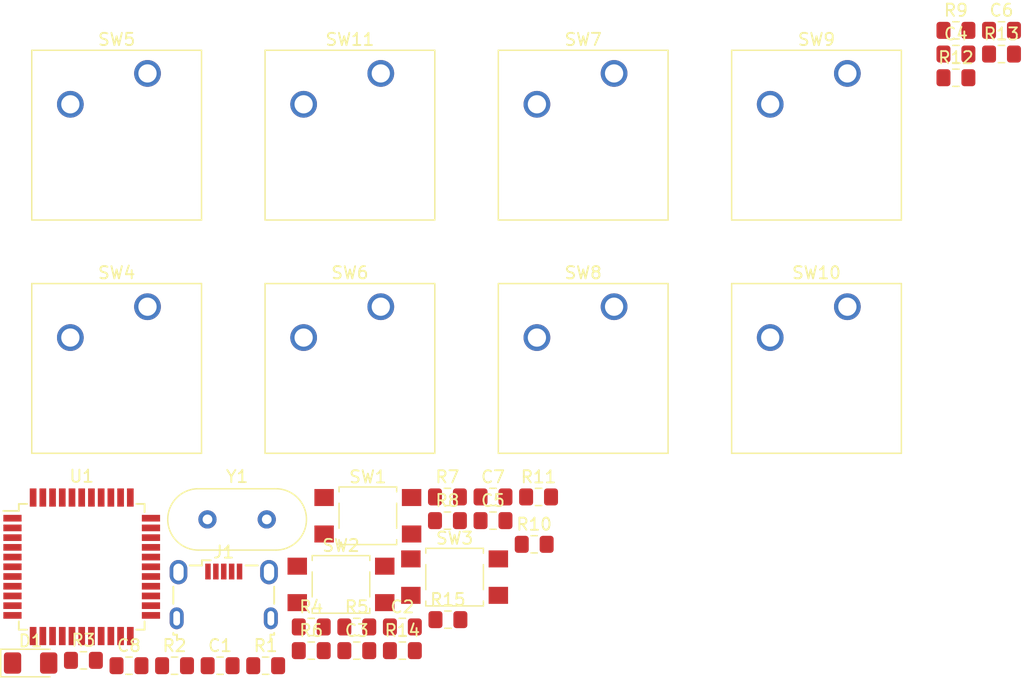
<source format=kicad_pcb>
(kicad_pcb (version 20171130) (host pcbnew 5.0.0-fee4fd1~66~ubuntu18.04.1)

  (general
    (thickness 1.6)
    (drawings 0)
    (tracks 0)
    (zones 0)
    (modules 38)
    (nets 42)
  )

  (page A4)
  (layers
    (0 F.Cu signal)
    (31 B.Cu signal)
    (32 B.Adhes user)
    (33 F.Adhes user)
    (34 B.Paste user)
    (35 F.Paste user)
    (36 B.SilkS user)
    (37 F.SilkS user)
    (38 B.Mask user)
    (39 F.Mask user)
    (40 Dwgs.User user)
    (41 Cmts.User user)
    (42 Eco1.User user)
    (43 Eco2.User user)
    (44 Edge.Cuts user)
    (45 Margin user)
    (46 B.CrtYd user)
    (47 F.CrtYd user)
    (48 B.Fab user)
    (49 F.Fab user)
  )

  (setup
    (last_trace_width 0.25)
    (user_trace_width 0.5)
    (trace_clearance 0.2)
    (zone_clearance 0.508)
    (zone_45_only no)
    (trace_min 0.2)
    (segment_width 0.2)
    (edge_width 0.15)
    (via_size 0.8)
    (via_drill 0.4)
    (via_min_size 0.4)
    (via_min_drill 0.3)
    (uvia_size 0.3)
    (uvia_drill 0.1)
    (uvias_allowed no)
    (uvia_min_size 0.2)
    (uvia_min_drill 0.1)
    (pcb_text_width 0.3)
    (pcb_text_size 1.5 1.5)
    (mod_edge_width 0.15)
    (mod_text_size 1 1)
    (mod_text_width 0.15)
    (pad_size 1.15 1.4)
    (pad_drill 0)
    (pad_to_mask_clearance 0.2)
    (aux_axis_origin 0 0)
    (visible_elements FFFFFF7F)
    (pcbplotparams
      (layerselection 0x010fc_ffffffff)
      (usegerberextensions false)
      (usegerberattributes true)
      (usegerberadvancedattributes false)
      (creategerberjobfile false)
      (excludeedgelayer false)
      (linewidth 0.150000)
      (plotframeref false)
      (viasonmask true)
      (mode 1)
      (useauxorigin false)
      (hpglpennumber 1)
      (hpglpenspeed 20)
      (hpglpendiameter 15.000000)
      (psnegative false)
      (psa4output false)
      (plotreference true)
      (plotvalue false)
      (plotinvisibletext false)
      (padsonsilk false)
      (subtractmaskfromsilk false)
      (outputformat 1)
      (mirror false)
      (drillshape 0)
      (scaleselection 1)
      (outputdirectory ""))
  )

  (net 0 "")
  (net 1 GND)
  (net 2 "Net-(C1-Pad2)")
  (net 3 VCC)
  (net 4 /XTAL1)
  (net 5 /XTAL2)
  (net 6 "Net-(D1-Pad1)")
  (net 7 "Net-(J1-Pad2)")
  (net 8 "Net-(J1-Pad3)")
  (net 9 "Net-(J1-Pad4)")
  (net 10 "Net-(R1-Pad1)")
  (net 11 "Net-(R2-Pad1)")
  (net 12 "Net-(R3-Pad2)")
  (net 13 "Net-(R5-Pad2)")
  (net 14 /start)
  (net 15 /select)
  (net 16 /B)
  (net 17 /A)
  (net 18 /Y)
  (net 19 /X)
  (net 20 /D)
  (net 21 /S)
  (net 22 /W)
  (net 23 "Net-(U1-Pad1)")
  (net 24 "Net-(U1-Pad8)")
  (net 25 "Net-(U1-Pad9)")
  (net 26 "Net-(U1-Pad10)")
  (net 27 "Net-(U1-Pad11)")
  (net 28 "Net-(U1-Pad12)")
  (net 29 "Net-(U1-Pad28)")
  (net 30 "Net-(U1-Pad29)")
  (net 31 "Net-(U1-Pad30)")
  (net 32 "Net-(U1-Pad36)")
  (net 33 "Net-(U1-Pad37)")
  (net 34 "Net-(U1-Pad38)")
  (net 35 "Net-(U1-Pad39)")
  (net 36 "Net-(U1-Pad40)")
  (net 37 "Net-(U1-Pad41)")
  (net 38 "Net-(U1-Pad42)")
  (net 39 /A2)
  (net 40 "Net-(U1-Pad31)")
  (net 41 "Net-(U1-Pad32)")

  (net_class Default "This is the default net class."
    (clearance 0.2)
    (trace_width 0.25)
    (via_dia 0.8)
    (via_drill 0.4)
    (uvia_dia 0.3)
    (uvia_drill 0.1)
    (add_net /A)
    (add_net /A2)
    (add_net /B)
    (add_net /D)
    (add_net /S)
    (add_net /W)
    (add_net /X)
    (add_net /XTAL1)
    (add_net /XTAL2)
    (add_net /Y)
    (add_net /select)
    (add_net /start)
    (add_net GND)
    (add_net "Net-(C1-Pad2)")
    (add_net "Net-(D1-Pad1)")
    (add_net "Net-(J1-Pad2)")
    (add_net "Net-(J1-Pad3)")
    (add_net "Net-(J1-Pad4)")
    (add_net "Net-(R1-Pad1)")
    (add_net "Net-(R2-Pad1)")
    (add_net "Net-(R3-Pad2)")
    (add_net "Net-(R5-Pad2)")
    (add_net "Net-(U1-Pad1)")
    (add_net "Net-(U1-Pad10)")
    (add_net "Net-(U1-Pad11)")
    (add_net "Net-(U1-Pad12)")
    (add_net "Net-(U1-Pad28)")
    (add_net "Net-(U1-Pad29)")
    (add_net "Net-(U1-Pad30)")
    (add_net "Net-(U1-Pad31)")
    (add_net "Net-(U1-Pad32)")
    (add_net "Net-(U1-Pad36)")
    (add_net "Net-(U1-Pad37)")
    (add_net "Net-(U1-Pad38)")
    (add_net "Net-(U1-Pad39)")
    (add_net "Net-(U1-Pad40)")
    (add_net "Net-(U1-Pad41)")
    (add_net "Net-(U1-Pad42)")
    (add_net "Net-(U1-Pad8)")
    (add_net "Net-(U1-Pad9)")
    (add_net VCC)
  )

  (module Capacitor_SMD:C_0805_2012Metric_Pad1.15x1.40mm_HandSolder (layer F.Cu) (tedit 5B36C52B) (tstamp 5BB8F781)
    (at 140.915001 129.065001)
    (descr "Capacitor SMD 0805 (2012 Metric), square (rectangular) end terminal, IPC_7351 nominal with elongated pad for handsoldering. (Body size source: https://docs.google.com/spreadsheets/d/1BsfQQcO9C6DZCsRaXUlFlo91Tg2WpOkGARC1WS5S8t0/edit?usp=sharing), generated with kicad-footprint-generator")
    (tags "capacitor handsolder")
    (path /5BA1053F)
    (attr smd)
    (fp_text reference C1 (at 0 -1.65) (layer F.SilkS)
      (effects (font (size 1 1) (thickness 0.15)))
    )
    (fp_text value 1u (at 0 1.65) (layer F.Fab)
      (effects (font (size 1 1) (thickness 0.15)))
    )
    (fp_text user %R (at 0 0) (layer F.Fab)
      (effects (font (size 0.5 0.5) (thickness 0.08)))
    )
    (fp_line (start 1.85 0.95) (end -1.85 0.95) (layer F.CrtYd) (width 0.05))
    (fp_line (start 1.85 -0.95) (end 1.85 0.95) (layer F.CrtYd) (width 0.05))
    (fp_line (start -1.85 -0.95) (end 1.85 -0.95) (layer F.CrtYd) (width 0.05))
    (fp_line (start -1.85 0.95) (end -1.85 -0.95) (layer F.CrtYd) (width 0.05))
    (fp_line (start -0.261252 0.71) (end 0.261252 0.71) (layer F.SilkS) (width 0.12))
    (fp_line (start -0.261252 -0.71) (end 0.261252 -0.71) (layer F.SilkS) (width 0.12))
    (fp_line (start 1 0.6) (end -1 0.6) (layer F.Fab) (width 0.1))
    (fp_line (start 1 -0.6) (end 1 0.6) (layer F.Fab) (width 0.1))
    (fp_line (start -1 -0.6) (end 1 -0.6) (layer F.Fab) (width 0.1))
    (fp_line (start -1 0.6) (end -1 -0.6) (layer F.Fab) (width 0.1))
    (pad 2 smd roundrect (at 1.025 0) (size 1.15 1.4) (layers F.Cu F.Paste F.Mask) (roundrect_rratio 0.217391)
      (net 2 "Net-(C1-Pad2)"))
    (pad 1 smd roundrect (at -1.025 0) (size 1.15 1.4) (layers F.Cu F.Paste F.Mask) (roundrect_rratio 0.217391)
      (net 1 GND))
    (model ${KISYS3DMOD}/Capacitor_SMD.3dshapes/C_0805_2012Metric.wrl
      (at (xyz 0 0 0))
      (scale (xyz 1 1 1))
      (rotate (xyz 0 0 0))
    )
  )

  (module Capacitor_SMD:C_0805_2012Metric_Pad1.15x1.40mm_HandSolder (layer F.Cu) (tedit 5B36C52B) (tstamp 5BB8F792)
    (at 155.915001 125.875001)
    (descr "Capacitor SMD 0805 (2012 Metric), square (rectangular) end terminal, IPC_7351 nominal with elongated pad for handsoldering. (Body size source: https://docs.google.com/spreadsheets/d/1BsfQQcO9C6DZCsRaXUlFlo91Tg2WpOkGARC1WS5S8t0/edit?usp=sharing), generated with kicad-footprint-generator")
    (tags "capacitor handsolder")
    (path /5BA112C2)
    (attr smd)
    (fp_text reference C2 (at 0 -1.65) (layer F.SilkS)
      (effects (font (size 1 1) (thickness 0.15)))
    )
    (fp_text value .1u (at 0 1.65) (layer F.Fab)
      (effects (font (size 1 1) (thickness 0.15)))
    )
    (fp_line (start -1 0.6) (end -1 -0.6) (layer F.Fab) (width 0.1))
    (fp_line (start -1 -0.6) (end 1 -0.6) (layer F.Fab) (width 0.1))
    (fp_line (start 1 -0.6) (end 1 0.6) (layer F.Fab) (width 0.1))
    (fp_line (start 1 0.6) (end -1 0.6) (layer F.Fab) (width 0.1))
    (fp_line (start -0.261252 -0.71) (end 0.261252 -0.71) (layer F.SilkS) (width 0.12))
    (fp_line (start -0.261252 0.71) (end 0.261252 0.71) (layer F.SilkS) (width 0.12))
    (fp_line (start -1.85 0.95) (end -1.85 -0.95) (layer F.CrtYd) (width 0.05))
    (fp_line (start -1.85 -0.95) (end 1.85 -0.95) (layer F.CrtYd) (width 0.05))
    (fp_line (start 1.85 -0.95) (end 1.85 0.95) (layer F.CrtYd) (width 0.05))
    (fp_line (start 1.85 0.95) (end -1.85 0.95) (layer F.CrtYd) (width 0.05))
    (fp_text user %R (at 0 0) (layer F.Fab)
      (effects (font (size 0.5 0.5) (thickness 0.08)))
    )
    (pad 1 smd roundrect (at -1.025 0) (size 1.15 1.4) (layers F.Cu F.Paste F.Mask) (roundrect_rratio 0.217391)
      (net 3 VCC))
    (pad 2 smd roundrect (at 1.025 0) (size 1.15 1.4) (layers F.Cu F.Paste F.Mask) (roundrect_rratio 0.217391)
      (net 1 GND))
    (model ${KISYS3DMOD}/Capacitor_SMD.3dshapes/C_0805_2012Metric.wrl
      (at (xyz 0 0 0))
      (scale (xyz 1 1 1))
      (rotate (xyz 0 0 0))
    )
  )

  (module Capacitor_SMD:C_0805_2012Metric_Pad1.15x1.40mm_HandSolder (layer F.Cu) (tedit 5B36C52B) (tstamp 5BB8F7A3)
    (at 152.165001 127.825001)
    (descr "Capacitor SMD 0805 (2012 Metric), square (rectangular) end terminal, IPC_7351 nominal with elongated pad for handsoldering. (Body size source: https://docs.google.com/spreadsheets/d/1BsfQQcO9C6DZCsRaXUlFlo91Tg2WpOkGARC1WS5S8t0/edit?usp=sharing), generated with kicad-footprint-generator")
    (tags "capacitor handsolder")
    (path /5BA10CC9)
    (attr smd)
    (fp_text reference C3 (at 0 -1.65) (layer F.SilkS)
      (effects (font (size 1 1) (thickness 0.15)))
    )
    (fp_text value .1u (at 0 1.65) (layer F.Fab)
      (effects (font (size 1 1) (thickness 0.15)))
    )
    (fp_text user %R (at 0 0) (layer F.Fab)
      (effects (font (size 0.5 0.5) (thickness 0.08)))
    )
    (fp_line (start 1.85 0.95) (end -1.85 0.95) (layer F.CrtYd) (width 0.05))
    (fp_line (start 1.85 -0.95) (end 1.85 0.95) (layer F.CrtYd) (width 0.05))
    (fp_line (start -1.85 -0.95) (end 1.85 -0.95) (layer F.CrtYd) (width 0.05))
    (fp_line (start -1.85 0.95) (end -1.85 -0.95) (layer F.CrtYd) (width 0.05))
    (fp_line (start -0.261252 0.71) (end 0.261252 0.71) (layer F.SilkS) (width 0.12))
    (fp_line (start -0.261252 -0.71) (end 0.261252 -0.71) (layer F.SilkS) (width 0.12))
    (fp_line (start 1 0.6) (end -1 0.6) (layer F.Fab) (width 0.1))
    (fp_line (start 1 -0.6) (end 1 0.6) (layer F.Fab) (width 0.1))
    (fp_line (start -1 -0.6) (end 1 -0.6) (layer F.Fab) (width 0.1))
    (fp_line (start -1 0.6) (end -1 -0.6) (layer F.Fab) (width 0.1))
    (pad 2 smd roundrect (at 1.025 0) (size 1.15 1.4) (layers F.Cu F.Paste F.Mask) (roundrect_rratio 0.217391)
      (net 1 GND))
    (pad 1 smd roundrect (at -1.025 0) (size 1.15 1.4) (layers F.Cu F.Paste F.Mask) (roundrect_rratio 0.217391)
      (net 3 VCC))
    (model ${KISYS3DMOD}/Capacitor_SMD.3dshapes/C_0805_2012Metric.wrl
      (at (xyz 0 0 0))
      (scale (xyz 1 1 1))
      (rotate (xyz 0 0 0))
    )
  )

  (module Capacitor_SMD:C_0805_2012Metric_Pad1.15x1.40mm_HandSolder (layer F.Cu) (tedit 5B36C52B) (tstamp 5BB8F7B4)
    (at 201.475001 78.725001)
    (descr "Capacitor SMD 0805 (2012 Metric), square (rectangular) end terminal, IPC_7351 nominal with elongated pad for handsoldering. (Body size source: https://docs.google.com/spreadsheets/d/1BsfQQcO9C6DZCsRaXUlFlo91Tg2WpOkGARC1WS5S8t0/edit?usp=sharing), generated with kicad-footprint-generator")
    (tags "capacitor handsolder")
    (path /5BA10C95)
    (attr smd)
    (fp_text reference C4 (at 0 -1.65) (layer F.SilkS)
      (effects (font (size 1 1) (thickness 0.15)))
    )
    (fp_text value .1u (at 0 1.65) (layer F.Fab)
      (effects (font (size 1 1) (thickness 0.15)))
    )
    (fp_line (start -1 0.6) (end -1 -0.6) (layer F.Fab) (width 0.1))
    (fp_line (start -1 -0.6) (end 1 -0.6) (layer F.Fab) (width 0.1))
    (fp_line (start 1 -0.6) (end 1 0.6) (layer F.Fab) (width 0.1))
    (fp_line (start 1 0.6) (end -1 0.6) (layer F.Fab) (width 0.1))
    (fp_line (start -0.261252 -0.71) (end 0.261252 -0.71) (layer F.SilkS) (width 0.12))
    (fp_line (start -0.261252 0.71) (end 0.261252 0.71) (layer F.SilkS) (width 0.12))
    (fp_line (start -1.85 0.95) (end -1.85 -0.95) (layer F.CrtYd) (width 0.05))
    (fp_line (start -1.85 -0.95) (end 1.85 -0.95) (layer F.CrtYd) (width 0.05))
    (fp_line (start 1.85 -0.95) (end 1.85 0.95) (layer F.CrtYd) (width 0.05))
    (fp_line (start 1.85 0.95) (end -1.85 0.95) (layer F.CrtYd) (width 0.05))
    (fp_text user %R (at 0 0) (layer F.Fab)
      (effects (font (size 0.5 0.5) (thickness 0.08)))
    )
    (pad 1 smd roundrect (at -1.025 0) (size 1.15 1.4) (layers F.Cu F.Paste F.Mask) (roundrect_rratio 0.217391)
      (net 3 VCC))
    (pad 2 smd roundrect (at 1.025 0) (size 1.15 1.4) (layers F.Cu F.Paste F.Mask) (roundrect_rratio 0.217391)
      (net 1 GND))
    (model ${KISYS3DMOD}/Capacitor_SMD.3dshapes/C_0805_2012Metric.wrl
      (at (xyz 0 0 0))
      (scale (xyz 1 1 1))
      (rotate (xyz 0 0 0))
    )
  )

  (module Capacitor_SMD:C_0805_2012Metric_Pad1.15x1.40mm_HandSolder (layer F.Cu) (tedit 5B36C52B) (tstamp 5BB8F7C5)
    (at 163.375001 117.125001)
    (descr "Capacitor SMD 0805 (2012 Metric), square (rectangular) end terminal, IPC_7351 nominal with elongated pad for handsoldering. (Body size source: https://docs.google.com/spreadsheets/d/1BsfQQcO9C6DZCsRaXUlFlo91Tg2WpOkGARC1WS5S8t0/edit?usp=sharing), generated with kicad-footprint-generator")
    (tags "capacitor handsolder")
    (path /5BA10C6D)
    (attr smd)
    (fp_text reference C5 (at 0 -1.65) (layer F.SilkS)
      (effects (font (size 1 1) (thickness 0.15)))
    )
    (fp_text value .1u (at 0 1.65) (layer F.Fab)
      (effects (font (size 1 1) (thickness 0.15)))
    )
    (fp_line (start -1 0.6) (end -1 -0.6) (layer F.Fab) (width 0.1))
    (fp_line (start -1 -0.6) (end 1 -0.6) (layer F.Fab) (width 0.1))
    (fp_line (start 1 -0.6) (end 1 0.6) (layer F.Fab) (width 0.1))
    (fp_line (start 1 0.6) (end -1 0.6) (layer F.Fab) (width 0.1))
    (fp_line (start -0.261252 -0.71) (end 0.261252 -0.71) (layer F.SilkS) (width 0.12))
    (fp_line (start -0.261252 0.71) (end 0.261252 0.71) (layer F.SilkS) (width 0.12))
    (fp_line (start -1.85 0.95) (end -1.85 -0.95) (layer F.CrtYd) (width 0.05))
    (fp_line (start -1.85 -0.95) (end 1.85 -0.95) (layer F.CrtYd) (width 0.05))
    (fp_line (start 1.85 -0.95) (end 1.85 0.95) (layer F.CrtYd) (width 0.05))
    (fp_line (start 1.85 0.95) (end -1.85 0.95) (layer F.CrtYd) (width 0.05))
    (fp_text user %R (at 0 0) (layer F.Fab)
      (effects (font (size 0.5 0.5) (thickness 0.08)))
    )
    (pad 1 smd roundrect (at -1.025 0) (size 1.15 1.4) (layers F.Cu F.Paste F.Mask) (roundrect_rratio 0.217391)
      (net 3 VCC))
    (pad 2 smd roundrect (at 1.025 0) (size 1.15 1.4) (layers F.Cu F.Paste F.Mask) (roundrect_rratio 0.217391)
      (net 1 GND))
    (model ${KISYS3DMOD}/Capacitor_SMD.3dshapes/C_0805_2012Metric.wrl
      (at (xyz 0 0 0))
      (scale (xyz 1 1 1))
      (rotate (xyz 0 0 0))
    )
  )

  (module Capacitor_SMD:C_0805_2012Metric_Pad1.15x1.40mm_HandSolder (layer F.Cu) (tedit 5B36C52B) (tstamp 5BB8F7D6)
    (at 205.225001 76.775001)
    (descr "Capacitor SMD 0805 (2012 Metric), square (rectangular) end terminal, IPC_7351 nominal with elongated pad for handsoldering. (Body size source: https://docs.google.com/spreadsheets/d/1BsfQQcO9C6DZCsRaXUlFlo91Tg2WpOkGARC1WS5S8t0/edit?usp=sharing), generated with kicad-footprint-generator")
    (tags "capacitor handsolder")
    (path /5BA10C49)
    (attr smd)
    (fp_text reference C6 (at 0 -1.65) (layer F.SilkS)
      (effects (font (size 1 1) (thickness 0.15)))
    )
    (fp_text value 4.7u (at 0 1.65) (layer F.Fab)
      (effects (font (size 1 1) (thickness 0.15)))
    )
    (fp_text user %R (at 0 0) (layer F.Fab)
      (effects (font (size 0.5 0.5) (thickness 0.08)))
    )
    (fp_line (start 1.85 0.95) (end -1.85 0.95) (layer F.CrtYd) (width 0.05))
    (fp_line (start 1.85 -0.95) (end 1.85 0.95) (layer F.CrtYd) (width 0.05))
    (fp_line (start -1.85 -0.95) (end 1.85 -0.95) (layer F.CrtYd) (width 0.05))
    (fp_line (start -1.85 0.95) (end -1.85 -0.95) (layer F.CrtYd) (width 0.05))
    (fp_line (start -0.261252 0.71) (end 0.261252 0.71) (layer F.SilkS) (width 0.12))
    (fp_line (start -0.261252 -0.71) (end 0.261252 -0.71) (layer F.SilkS) (width 0.12))
    (fp_line (start 1 0.6) (end -1 0.6) (layer F.Fab) (width 0.1))
    (fp_line (start 1 -0.6) (end 1 0.6) (layer F.Fab) (width 0.1))
    (fp_line (start -1 -0.6) (end 1 -0.6) (layer F.Fab) (width 0.1))
    (fp_line (start -1 0.6) (end -1 -0.6) (layer F.Fab) (width 0.1))
    (pad 2 smd roundrect (at 1.025 0) (size 1.15 1.4) (layers F.Cu F.Paste F.Mask) (roundrect_rratio 0.217391)
      (net 1 GND))
    (pad 1 smd roundrect (at -1.025 0) (size 1.15 1.4) (layers F.Cu F.Paste F.Mask) (roundrect_rratio 0.217391)
      (net 3 VCC))
    (model ${KISYS3DMOD}/Capacitor_SMD.3dshapes/C_0805_2012Metric.wrl
      (at (xyz 0 0 0))
      (scale (xyz 1 1 1))
      (rotate (xyz 0 0 0))
    )
  )

  (module Capacitor_SMD:C_0805_2012Metric_Pad1.15x1.40mm_HandSolder (layer F.Cu) (tedit 5B36C52B) (tstamp 5BB8F7E7)
    (at 163.375001 115.175001)
    (descr "Capacitor SMD 0805 (2012 Metric), square (rectangular) end terminal, IPC_7351 nominal with elongated pad for handsoldering. (Body size source: https://docs.google.com/spreadsheets/d/1BsfQQcO9C6DZCsRaXUlFlo91Tg2WpOkGARC1WS5S8t0/edit?usp=sharing), generated with kicad-footprint-generator")
    (tags "capacitor handsolder")
    (path /5BA21435)
    (attr smd)
    (fp_text reference C7 (at 0 -1.65) (layer F.SilkS)
      (effects (font (size 1 1) (thickness 0.15)))
    )
    (fp_text value 22p (at 0 1.65) (layer F.Fab)
      (effects (font (size 1 1) (thickness 0.15)))
    )
    (fp_text user %R (at 0 0) (layer F.Fab)
      (effects (font (size 0.5 0.5) (thickness 0.08)))
    )
    (fp_line (start 1.85 0.95) (end -1.85 0.95) (layer F.CrtYd) (width 0.05))
    (fp_line (start 1.85 -0.95) (end 1.85 0.95) (layer F.CrtYd) (width 0.05))
    (fp_line (start -1.85 -0.95) (end 1.85 -0.95) (layer F.CrtYd) (width 0.05))
    (fp_line (start -1.85 0.95) (end -1.85 -0.95) (layer F.CrtYd) (width 0.05))
    (fp_line (start -0.261252 0.71) (end 0.261252 0.71) (layer F.SilkS) (width 0.12))
    (fp_line (start -0.261252 -0.71) (end 0.261252 -0.71) (layer F.SilkS) (width 0.12))
    (fp_line (start 1 0.6) (end -1 0.6) (layer F.Fab) (width 0.1))
    (fp_line (start 1 -0.6) (end 1 0.6) (layer F.Fab) (width 0.1))
    (fp_line (start -1 -0.6) (end 1 -0.6) (layer F.Fab) (width 0.1))
    (fp_line (start -1 0.6) (end -1 -0.6) (layer F.Fab) (width 0.1))
    (pad 2 smd roundrect (at 1.025 0) (size 1.15 1.4) (layers F.Cu F.Paste F.Mask) (roundrect_rratio 0.217391)
      (net 4 /XTAL1))
    (pad 1 smd roundrect (at -1.025 0) (size 1.15 1.4) (layers F.Cu F.Paste F.Mask) (roundrect_rratio 0.217391)
      (net 1 GND))
    (model ${KISYS3DMOD}/Capacitor_SMD.3dshapes/C_0805_2012Metric.wrl
      (at (xyz 0 0 0))
      (scale (xyz 1 1 1))
      (rotate (xyz 0 0 0))
    )
  )

  (module Capacitor_SMD:C_0805_2012Metric_Pad1.15x1.40mm_HandSolder (layer F.Cu) (tedit 5B36C52B) (tstamp 5BB8F7F8)
    (at 133.415001 129.065001)
    (descr "Capacitor SMD 0805 (2012 Metric), square (rectangular) end terminal, IPC_7351 nominal with elongated pad for handsoldering. (Body size source: https://docs.google.com/spreadsheets/d/1BsfQQcO9C6DZCsRaXUlFlo91Tg2WpOkGARC1WS5S8t0/edit?usp=sharing), generated with kicad-footprint-generator")
    (tags "capacitor handsolder")
    (path /5BA214FD)
    (attr smd)
    (fp_text reference C8 (at 0 -1.65) (layer F.SilkS)
      (effects (font (size 1 1) (thickness 0.15)))
    )
    (fp_text value 22p (at 0 1.65) (layer F.Fab)
      (effects (font (size 1 1) (thickness 0.15)))
    )
    (fp_line (start -1 0.6) (end -1 -0.6) (layer F.Fab) (width 0.1))
    (fp_line (start -1 -0.6) (end 1 -0.6) (layer F.Fab) (width 0.1))
    (fp_line (start 1 -0.6) (end 1 0.6) (layer F.Fab) (width 0.1))
    (fp_line (start 1 0.6) (end -1 0.6) (layer F.Fab) (width 0.1))
    (fp_line (start -0.261252 -0.71) (end 0.261252 -0.71) (layer F.SilkS) (width 0.12))
    (fp_line (start -0.261252 0.71) (end 0.261252 0.71) (layer F.SilkS) (width 0.12))
    (fp_line (start -1.85 0.95) (end -1.85 -0.95) (layer F.CrtYd) (width 0.05))
    (fp_line (start -1.85 -0.95) (end 1.85 -0.95) (layer F.CrtYd) (width 0.05))
    (fp_line (start 1.85 -0.95) (end 1.85 0.95) (layer F.CrtYd) (width 0.05))
    (fp_line (start 1.85 0.95) (end -1.85 0.95) (layer F.CrtYd) (width 0.05))
    (fp_text user %R (at 0 0) (layer F.Fab)
      (effects (font (size 0.5 0.5) (thickness 0.08)))
    )
    (pad 1 smd roundrect (at -1.025 0) (size 1.15 1.4) (layers F.Cu F.Paste F.Mask) (roundrect_rratio 0.217391)
      (net 1 GND))
    (pad 2 smd roundrect (at 1.025 0) (size 1.15 1.4) (layers F.Cu F.Paste F.Mask) (roundrect_rratio 0.217391)
      (net 5 /XTAL2))
    (model ${KISYS3DMOD}/Capacitor_SMD.3dshapes/C_0805_2012Metric.wrl
      (at (xyz 0 0 0))
      (scale (xyz 1 1 1))
      (rotate (xyz 0 0 0))
    )
  )

  (module LED_SMD:LED_1206_3216Metric_Pad1.42x1.75mm_HandSolder (layer F.Cu) (tedit 5B4B45C9) (tstamp 5BB8F80B)
    (at 125.320001 128.845001)
    (descr "LED SMD 1206 (3216 Metric), square (rectangular) end terminal, IPC_7351 nominal, (Body size source: http://www.tortai-tech.com/upload/download/2011102023233369053.pdf), generated with kicad-footprint-generator")
    (tags "LED handsolder")
    (path /5BAD3301)
    (attr smd)
    (fp_text reference D1 (at 0 -1.82) (layer F.SilkS)
      (effects (font (size 1 1) (thickness 0.15)))
    )
    (fp_text value LED (at 0 1.82) (layer F.Fab)
      (effects (font (size 1 1) (thickness 0.15)))
    )
    (fp_line (start 1.6 -0.8) (end -1.2 -0.8) (layer F.Fab) (width 0.1))
    (fp_line (start -1.2 -0.8) (end -1.6 -0.4) (layer F.Fab) (width 0.1))
    (fp_line (start -1.6 -0.4) (end -1.6 0.8) (layer F.Fab) (width 0.1))
    (fp_line (start -1.6 0.8) (end 1.6 0.8) (layer F.Fab) (width 0.1))
    (fp_line (start 1.6 0.8) (end 1.6 -0.8) (layer F.Fab) (width 0.1))
    (fp_line (start 1.6 -1.135) (end -2.46 -1.135) (layer F.SilkS) (width 0.12))
    (fp_line (start -2.46 -1.135) (end -2.46 1.135) (layer F.SilkS) (width 0.12))
    (fp_line (start -2.46 1.135) (end 1.6 1.135) (layer F.SilkS) (width 0.12))
    (fp_line (start -2.45 1.12) (end -2.45 -1.12) (layer F.CrtYd) (width 0.05))
    (fp_line (start -2.45 -1.12) (end 2.45 -1.12) (layer F.CrtYd) (width 0.05))
    (fp_line (start 2.45 -1.12) (end 2.45 1.12) (layer F.CrtYd) (width 0.05))
    (fp_line (start 2.45 1.12) (end -2.45 1.12) (layer F.CrtYd) (width 0.05))
    (fp_text user %R (at 0 0) (layer F.Fab)
      (effects (font (size 0.8 0.8) (thickness 0.12)))
    )
    (pad 1 smd roundrect (at -1.4875 0) (size 1.425 1.75) (layers F.Cu F.Paste F.Mask) (roundrect_rratio 0.175439)
      (net 6 "Net-(D1-Pad1)"))
    (pad 2 smd roundrect (at 1.4875 0) (size 1.425 1.75) (layers F.Cu F.Paste F.Mask) (roundrect_rratio 0.175439)
      (net 3 VCC))
    (model ${KISYS3DMOD}/LED_SMD.3dshapes/LED_1206_3216Metric.wrl
      (at (xyz 0 0 0))
      (scale (xyz 1 1 1))
      (rotate (xyz 0 0 0))
    )
  )

  (module Connector_USB:USB_Micro-B_Wuerth_629105150521 (layer F.Cu) (tedit 5A142044) (tstamp 5BB8F83A)
    (at 141.215001 123.215001)
    (descr "USB Micro-B receptacle, http://www.mouser.com/ds/2/445/629105150521-469306.pdf")
    (tags "usb micro receptacle")
    (path /5BA0FEA9)
    (attr smd)
    (fp_text reference J1 (at 0 -3.5) (layer F.SilkS)
      (effects (font (size 1 1) (thickness 0.15)))
    )
    (fp_text value USB_B_Micro (at 0 5.6) (layer F.Fab)
      (effects (font (size 1 1) (thickness 0.15)))
    )
    (fp_line (start -4 -2.25) (end -4 3.15) (layer F.Fab) (width 0.15))
    (fp_line (start -4 3.15) (end -3.7 3.15) (layer F.Fab) (width 0.15))
    (fp_line (start -3.7 3.15) (end -3.7 4.35) (layer F.Fab) (width 0.15))
    (fp_line (start -3.7 4.35) (end 3.7 4.35) (layer F.Fab) (width 0.15))
    (fp_line (start 3.7 4.35) (end 3.7 3.15) (layer F.Fab) (width 0.15))
    (fp_line (start 3.7 3.15) (end 4 3.15) (layer F.Fab) (width 0.15))
    (fp_line (start 4 3.15) (end 4 -2.25) (layer F.Fab) (width 0.15))
    (fp_line (start 4 -2.25) (end -4 -2.25) (layer F.Fab) (width 0.15))
    (fp_line (start -2.7 3.75) (end 2.7 3.75) (layer F.Fab) (width 0.15))
    (fp_line (start -1.075 -2.725) (end -1.3 -2.55) (layer F.Fab) (width 0.15))
    (fp_line (start -1.3 -2.55) (end -1.525 -2.725) (layer F.Fab) (width 0.15))
    (fp_line (start -1.525 -2.725) (end -1.525 -2.95) (layer F.Fab) (width 0.15))
    (fp_line (start -1.525 -2.95) (end -1.075 -2.95) (layer F.Fab) (width 0.15))
    (fp_line (start -1.075 -2.95) (end -1.075 -2.725) (layer F.Fab) (width 0.15))
    (fp_line (start -4.15 -0.65) (end -4.15 0.75) (layer F.SilkS) (width 0.15))
    (fp_line (start -4.15 3.15) (end -4.15 3.3) (layer F.SilkS) (width 0.15))
    (fp_line (start -4.15 3.3) (end -3.85 3.3) (layer F.SilkS) (width 0.15))
    (fp_line (start -3.85 3.3) (end -3.85 3.75) (layer F.SilkS) (width 0.15))
    (fp_line (start 3.85 3.75) (end 3.85 3.3) (layer F.SilkS) (width 0.15))
    (fp_line (start 3.85 3.3) (end 4.15 3.3) (layer F.SilkS) (width 0.15))
    (fp_line (start 4.15 3.3) (end 4.15 3.15) (layer F.SilkS) (width 0.15))
    (fp_line (start 4.15 0.75) (end 4.15 -0.65) (layer F.SilkS) (width 0.15))
    (fp_line (start -1.075 -2.825) (end -1.8 -2.825) (layer F.SilkS) (width 0.15))
    (fp_line (start -1.8 -2.825) (end -1.8 -2.4) (layer F.SilkS) (width 0.15))
    (fp_line (start -1.8 -2.4) (end -2.8 -2.4) (layer F.SilkS) (width 0.15))
    (fp_line (start 1.8 -2.4) (end 2.8 -2.4) (layer F.SilkS) (width 0.15))
    (fp_line (start -4.94 -3.34) (end -4.94 4.85) (layer F.CrtYd) (width 0.05))
    (fp_line (start -4.94 4.85) (end 4.95 4.85) (layer F.CrtYd) (width 0.05))
    (fp_line (start 4.95 4.85) (end 4.95 -3.34) (layer F.CrtYd) (width 0.05))
    (fp_line (start 4.95 -3.34) (end -4.94 -3.34) (layer F.CrtYd) (width 0.05))
    (fp_text user %R (at 0 1.05) (layer F.Fab)
      (effects (font (size 1 1) (thickness 0.15)))
    )
    (fp_text user "PCB Edge" (at 0 3.75) (layer Dwgs.User)
      (effects (font (size 0.5 0.5) (thickness 0.08)))
    )
    (pad 1 smd rect (at -1.3 -1.9) (size 0.45 1.3) (layers F.Cu F.Paste F.Mask)
      (net 3 VCC))
    (pad 2 smd rect (at -0.65 -1.9) (size 0.45 1.3) (layers F.Cu F.Paste F.Mask)
      (net 7 "Net-(J1-Pad2)"))
    (pad 3 smd rect (at 0 -1.9) (size 0.45 1.3) (layers F.Cu F.Paste F.Mask)
      (net 8 "Net-(J1-Pad3)"))
    (pad 4 smd rect (at 0.65 -1.9) (size 0.45 1.3) (layers F.Cu F.Paste F.Mask)
      (net 9 "Net-(J1-Pad4)"))
    (pad 5 smd rect (at 1.3 -1.9) (size 0.45 1.3) (layers F.Cu F.Paste F.Mask)
      (net 1 GND))
    (pad 6 thru_hole oval (at -3.725 -1.85) (size 1.45 2) (drill oval 0.85 1.4) (layers *.Cu *.Mask)
      (net 1 GND))
    (pad 6 thru_hole oval (at 3.725 -1.85) (size 1.45 2) (drill oval 0.85 1.4) (layers *.Cu *.Mask)
      (net 1 GND))
    (pad 6 thru_hole oval (at -3.875 1.95) (size 1.15 1.8) (drill oval 0.55 1.2) (layers *.Cu *.Mask)
      (net 1 GND))
    (pad 6 thru_hole oval (at 3.875 1.95) (size 1.15 1.8) (drill oval 0.55 1.2) (layers *.Cu *.Mask)
      (net 1 GND))
    (pad "" np_thru_hole oval (at -2.5 -0.8) (size 0.8 0.8) (drill 0.8) (layers *.Cu *.Mask))
    (pad "" np_thru_hole oval (at 2.5 -0.8) (size 0.8 0.8) (drill 0.8) (layers *.Cu *.Mask))
    (model ${KISYS3DMOD}/Connector_USB.3dshapes/USB_Micro-B_Wuerth_629105150521.wrl
      (at (xyz 0 0 0))
      (scale (xyz 1 1 1))
      (rotate (xyz 0 0 0))
    )
  )

  (module Resistor_SMD:R_0805_2012Metric_Pad1.15x1.40mm_HandSolder (layer F.Cu) (tedit 5B36C52B) (tstamp 5BB8F84B)
    (at 144.665001 129.065001)
    (descr "Resistor SMD 0805 (2012 Metric), square (rectangular) end terminal, IPC_7351 nominal with elongated pad for handsoldering. (Body size source: https://docs.google.com/spreadsheets/d/1BsfQQcO9C6DZCsRaXUlFlo91Tg2WpOkGARC1WS5S8t0/edit?usp=sharing), generated with kicad-footprint-generator")
    (tags "resistor handsolder")
    (path /5BA10056)
    (attr smd)
    (fp_text reference R1 (at 0 -1.65) (layer F.SilkS)
      (effects (font (size 1 1) (thickness 0.15)))
    )
    (fp_text value 22 (at 0 1.65) (layer F.Fab)
      (effects (font (size 1 1) (thickness 0.15)))
    )
    (fp_text user %R (at 0 0) (layer F.Fab)
      (effects (font (size 0.5 0.5) (thickness 0.08)))
    )
    (fp_line (start 1.85 0.95) (end -1.85 0.95) (layer F.CrtYd) (width 0.05))
    (fp_line (start 1.85 -0.95) (end 1.85 0.95) (layer F.CrtYd) (width 0.05))
    (fp_line (start -1.85 -0.95) (end 1.85 -0.95) (layer F.CrtYd) (width 0.05))
    (fp_line (start -1.85 0.95) (end -1.85 -0.95) (layer F.CrtYd) (width 0.05))
    (fp_line (start -0.261252 0.71) (end 0.261252 0.71) (layer F.SilkS) (width 0.12))
    (fp_line (start -0.261252 -0.71) (end 0.261252 -0.71) (layer F.SilkS) (width 0.12))
    (fp_line (start 1 0.6) (end -1 0.6) (layer F.Fab) (width 0.1))
    (fp_line (start 1 -0.6) (end 1 0.6) (layer F.Fab) (width 0.1))
    (fp_line (start -1 -0.6) (end 1 -0.6) (layer F.Fab) (width 0.1))
    (fp_line (start -1 0.6) (end -1 -0.6) (layer F.Fab) (width 0.1))
    (pad 2 smd roundrect (at 1.025 0) (size 1.15 1.4) (layers F.Cu F.Paste F.Mask) (roundrect_rratio 0.217391)
      (net 8 "Net-(J1-Pad3)"))
    (pad 1 smd roundrect (at -1.025 0) (size 1.15 1.4) (layers F.Cu F.Paste F.Mask) (roundrect_rratio 0.217391)
      (net 10 "Net-(R1-Pad1)"))
    (model ${KISYS3DMOD}/Resistor_SMD.3dshapes/R_0805_2012Metric.wrl
      (at (xyz 0 0 0))
      (scale (xyz 1 1 1))
      (rotate (xyz 0 0 0))
    )
  )

  (module Resistor_SMD:R_0805_2012Metric_Pad1.15x1.40mm_HandSolder (layer F.Cu) (tedit 5B36C52B) (tstamp 5BB8F85C)
    (at 137.165001 129.065001)
    (descr "Resistor SMD 0805 (2012 Metric), square (rectangular) end terminal, IPC_7351 nominal with elongated pad for handsoldering. (Body size source: https://docs.google.com/spreadsheets/d/1BsfQQcO9C6DZCsRaXUlFlo91Tg2WpOkGARC1WS5S8t0/edit?usp=sharing), generated with kicad-footprint-generator")
    (tags "resistor handsolder")
    (path /5BA100A5)
    (attr smd)
    (fp_text reference R2 (at 0 -1.65) (layer F.SilkS)
      (effects (font (size 1 1) (thickness 0.15)))
    )
    (fp_text value 22 (at 0 1.65) (layer F.Fab)
      (effects (font (size 1 1) (thickness 0.15)))
    )
    (fp_line (start -1 0.6) (end -1 -0.6) (layer F.Fab) (width 0.1))
    (fp_line (start -1 -0.6) (end 1 -0.6) (layer F.Fab) (width 0.1))
    (fp_line (start 1 -0.6) (end 1 0.6) (layer F.Fab) (width 0.1))
    (fp_line (start 1 0.6) (end -1 0.6) (layer F.Fab) (width 0.1))
    (fp_line (start -0.261252 -0.71) (end 0.261252 -0.71) (layer F.SilkS) (width 0.12))
    (fp_line (start -0.261252 0.71) (end 0.261252 0.71) (layer F.SilkS) (width 0.12))
    (fp_line (start -1.85 0.95) (end -1.85 -0.95) (layer F.CrtYd) (width 0.05))
    (fp_line (start -1.85 -0.95) (end 1.85 -0.95) (layer F.CrtYd) (width 0.05))
    (fp_line (start 1.85 -0.95) (end 1.85 0.95) (layer F.CrtYd) (width 0.05))
    (fp_line (start 1.85 0.95) (end -1.85 0.95) (layer F.CrtYd) (width 0.05))
    (fp_text user %R (at 0 0) (layer F.Fab)
      (effects (font (size 0.5 0.5) (thickness 0.08)))
    )
    (pad 1 smd roundrect (at -1.025 0) (size 1.15 1.4) (layers F.Cu F.Paste F.Mask) (roundrect_rratio 0.217391)
      (net 11 "Net-(R2-Pad1)"))
    (pad 2 smd roundrect (at 1.025 0) (size 1.15 1.4) (layers F.Cu F.Paste F.Mask) (roundrect_rratio 0.217391)
      (net 7 "Net-(J1-Pad2)"))
    (model ${KISYS3DMOD}/Resistor_SMD.3dshapes/R_0805_2012Metric.wrl
      (at (xyz 0 0 0))
      (scale (xyz 1 1 1))
      (rotate (xyz 0 0 0))
    )
  )

  (module Resistor_SMD:R_0805_2012Metric_Pad1.15x1.40mm_HandSolder (layer F.Cu) (tedit 5B36C52B) (tstamp 5BB8F86D)
    (at 129.665001 128.625001)
    (descr "Resistor SMD 0805 (2012 Metric), square (rectangular) end terminal, IPC_7351 nominal with elongated pad for handsoldering. (Body size source: https://docs.google.com/spreadsheets/d/1BsfQQcO9C6DZCsRaXUlFlo91Tg2WpOkGARC1WS5S8t0/edit?usp=sharing), generated with kicad-footprint-generator")
    (tags "resistor handsolder")
    (path /5BA1430C)
    (attr smd)
    (fp_text reference R3 (at 0 -1.65) (layer F.SilkS)
      (effects (font (size 1 1) (thickness 0.15)))
    )
    (fp_text value 10k (at 0 1.65) (layer F.Fab)
      (effects (font (size 1 1) (thickness 0.15)))
    )
    (fp_line (start -1 0.6) (end -1 -0.6) (layer F.Fab) (width 0.1))
    (fp_line (start -1 -0.6) (end 1 -0.6) (layer F.Fab) (width 0.1))
    (fp_line (start 1 -0.6) (end 1 0.6) (layer F.Fab) (width 0.1))
    (fp_line (start 1 0.6) (end -1 0.6) (layer F.Fab) (width 0.1))
    (fp_line (start -0.261252 -0.71) (end 0.261252 -0.71) (layer F.SilkS) (width 0.12))
    (fp_line (start -0.261252 0.71) (end 0.261252 0.71) (layer F.SilkS) (width 0.12))
    (fp_line (start -1.85 0.95) (end -1.85 -0.95) (layer F.CrtYd) (width 0.05))
    (fp_line (start -1.85 -0.95) (end 1.85 -0.95) (layer F.CrtYd) (width 0.05))
    (fp_line (start 1.85 -0.95) (end 1.85 0.95) (layer F.CrtYd) (width 0.05))
    (fp_line (start 1.85 0.95) (end -1.85 0.95) (layer F.CrtYd) (width 0.05))
    (fp_text user %R (at 0 0) (layer F.Fab)
      (effects (font (size 0.5 0.5) (thickness 0.08)))
    )
    (pad 1 smd roundrect (at -1.025 0) (size 1.15 1.4) (layers F.Cu F.Paste F.Mask) (roundrect_rratio 0.217391)
      (net 3 VCC))
    (pad 2 smd roundrect (at 1.025 0) (size 1.15 1.4) (layers F.Cu F.Paste F.Mask) (roundrect_rratio 0.217391)
      (net 12 "Net-(R3-Pad2)"))
    (model ${KISYS3DMOD}/Resistor_SMD.3dshapes/R_0805_2012Metric.wrl
      (at (xyz 0 0 0))
      (scale (xyz 1 1 1))
      (rotate (xyz 0 0 0))
    )
  )

  (module Resistor_SMD:R_0805_2012Metric_Pad1.15x1.40mm_HandSolder (layer F.Cu) (tedit 5B36C52B) (tstamp 5BB8F87E)
    (at 148.415001 125.875001)
    (descr "Resistor SMD 0805 (2012 Metric), square (rectangular) end terminal, IPC_7351 nominal with elongated pad for handsoldering. (Body size source: https://docs.google.com/spreadsheets/d/1BsfQQcO9C6DZCsRaXUlFlo91Tg2WpOkGARC1WS5S8t0/edit?usp=sharing), generated with kicad-footprint-generator")
    (tags "resistor handsolder")
    (path /5BAE6385)
    (attr smd)
    (fp_text reference R4 (at 0 -1.65) (layer F.SilkS)
      (effects (font (size 1 1) (thickness 0.15)))
    )
    (fp_text value 10k (at 0 1.65) (layer F.Fab)
      (effects (font (size 1 1) (thickness 0.15)))
    )
    (fp_text user %R (at 0 0) (layer F.Fab)
      (effects (font (size 0.5 0.5) (thickness 0.08)))
    )
    (fp_line (start 1.85 0.95) (end -1.85 0.95) (layer F.CrtYd) (width 0.05))
    (fp_line (start 1.85 -0.95) (end 1.85 0.95) (layer F.CrtYd) (width 0.05))
    (fp_line (start -1.85 -0.95) (end 1.85 -0.95) (layer F.CrtYd) (width 0.05))
    (fp_line (start -1.85 0.95) (end -1.85 -0.95) (layer F.CrtYd) (width 0.05))
    (fp_line (start -0.261252 0.71) (end 0.261252 0.71) (layer F.SilkS) (width 0.12))
    (fp_line (start -0.261252 -0.71) (end 0.261252 -0.71) (layer F.SilkS) (width 0.12))
    (fp_line (start 1 0.6) (end -1 0.6) (layer F.Fab) (width 0.1))
    (fp_line (start 1 -0.6) (end 1 0.6) (layer F.Fab) (width 0.1))
    (fp_line (start -1 -0.6) (end 1 -0.6) (layer F.Fab) (width 0.1))
    (fp_line (start -1 0.6) (end -1 -0.6) (layer F.Fab) (width 0.1))
    (pad 2 smd roundrect (at 1.025 0) (size 1.15 1.4) (layers F.Cu F.Paste F.Mask) (roundrect_rratio 0.217391)
      (net 1 GND))
    (pad 1 smd roundrect (at -1.025 0) (size 1.15 1.4) (layers F.Cu F.Paste F.Mask) (roundrect_rratio 0.217391)
      (net 6 "Net-(D1-Pad1)"))
    (model ${KISYS3DMOD}/Resistor_SMD.3dshapes/R_0805_2012Metric.wrl
      (at (xyz 0 0 0))
      (scale (xyz 1 1 1))
      (rotate (xyz 0 0 0))
    )
  )

  (module Resistor_SMD:R_0805_2012Metric_Pad1.15x1.40mm_HandSolder (layer F.Cu) (tedit 5B36C52B) (tstamp 5BB8F88F)
    (at 152.165001 125.875001)
    (descr "Resistor SMD 0805 (2012 Metric), square (rectangular) end terminal, IPC_7351 nominal with elongated pad for handsoldering. (Body size source: https://docs.google.com/spreadsheets/d/1BsfQQcO9C6DZCsRaXUlFlo91Tg2WpOkGARC1WS5S8t0/edit?usp=sharing), generated with kicad-footprint-generator")
    (tags "resistor handsolder")
    (path /5BA19B54)
    (attr smd)
    (fp_text reference R5 (at 0 -1.65) (layer F.SilkS)
      (effects (font (size 1 1) (thickness 0.15)))
    )
    (fp_text value 10k (at 0 1.65) (layer F.Fab)
      (effects (font (size 1 1) (thickness 0.15)))
    )
    (fp_text user %R (at 0 0) (layer F.Fab)
      (effects (font (size 0.5 0.5) (thickness 0.08)))
    )
    (fp_line (start 1.85 0.95) (end -1.85 0.95) (layer F.CrtYd) (width 0.05))
    (fp_line (start 1.85 -0.95) (end 1.85 0.95) (layer F.CrtYd) (width 0.05))
    (fp_line (start -1.85 -0.95) (end 1.85 -0.95) (layer F.CrtYd) (width 0.05))
    (fp_line (start -1.85 0.95) (end -1.85 -0.95) (layer F.CrtYd) (width 0.05))
    (fp_line (start -0.261252 0.71) (end 0.261252 0.71) (layer F.SilkS) (width 0.12))
    (fp_line (start -0.261252 -0.71) (end 0.261252 -0.71) (layer F.SilkS) (width 0.12))
    (fp_line (start 1 0.6) (end -1 0.6) (layer F.Fab) (width 0.1))
    (fp_line (start 1 -0.6) (end 1 0.6) (layer F.Fab) (width 0.1))
    (fp_line (start -1 -0.6) (end 1 -0.6) (layer F.Fab) (width 0.1))
    (fp_line (start -1 0.6) (end -1 -0.6) (layer F.Fab) (width 0.1))
    (pad 2 smd roundrect (at 1.025 0) (size 1.15 1.4) (layers F.Cu F.Paste F.Mask) (roundrect_rratio 0.217391)
      (net 13 "Net-(R5-Pad2)"))
    (pad 1 smd roundrect (at -1.025 0) (size 1.15 1.4) (layers F.Cu F.Paste F.Mask) (roundrect_rratio 0.217391)
      (net 1 GND))
    (model ${KISYS3DMOD}/Resistor_SMD.3dshapes/R_0805_2012Metric.wrl
      (at (xyz 0 0 0))
      (scale (xyz 1 1 1))
      (rotate (xyz 0 0 0))
    )
  )

  (module Resistor_SMD:R_0805_2012Metric_Pad1.15x1.40mm_HandSolder (layer F.Cu) (tedit 5B36C52B) (tstamp 5BB8F8A0)
    (at 148.415001 127.825001)
    (descr "Resistor SMD 0805 (2012 Metric), square (rectangular) end terminal, IPC_7351 nominal with elongated pad for handsoldering. (Body size source: https://docs.google.com/spreadsheets/d/1BsfQQcO9C6DZCsRaXUlFlo91Tg2WpOkGARC1WS5S8t0/edit?usp=sharing), generated with kicad-footprint-generator")
    (tags "resistor handsolder")
    (path /5BB9400F)
    (attr smd)
    (fp_text reference R6 (at 0 -1.65) (layer F.SilkS)
      (effects (font (size 1 1) (thickness 0.15)))
    )
    (fp_text value 10k (at 0 1.65) (layer F.Fab)
      (effects (font (size 1 1) (thickness 0.15)))
    )
    (fp_text user %R (at 0 0) (layer F.Fab)
      (effects (font (size 0.5 0.5) (thickness 0.08)))
    )
    (fp_line (start 1.85 0.95) (end -1.85 0.95) (layer F.CrtYd) (width 0.05))
    (fp_line (start 1.85 -0.95) (end 1.85 0.95) (layer F.CrtYd) (width 0.05))
    (fp_line (start -1.85 -0.95) (end 1.85 -0.95) (layer F.CrtYd) (width 0.05))
    (fp_line (start -1.85 0.95) (end -1.85 -0.95) (layer F.CrtYd) (width 0.05))
    (fp_line (start -0.261252 0.71) (end 0.261252 0.71) (layer F.SilkS) (width 0.12))
    (fp_line (start -0.261252 -0.71) (end 0.261252 -0.71) (layer F.SilkS) (width 0.12))
    (fp_line (start 1 0.6) (end -1 0.6) (layer F.Fab) (width 0.1))
    (fp_line (start 1 -0.6) (end 1 0.6) (layer F.Fab) (width 0.1))
    (fp_line (start -1 -0.6) (end 1 -0.6) (layer F.Fab) (width 0.1))
    (fp_line (start -1 0.6) (end -1 -0.6) (layer F.Fab) (width 0.1))
    (pad 2 smd roundrect (at 1.025 0) (size 1.15 1.4) (layers F.Cu F.Paste F.Mask) (roundrect_rratio 0.217391)
      (net 15 /select))
    (pad 1 smd roundrect (at -1.025 0) (size 1.15 1.4) (layers F.Cu F.Paste F.Mask) (roundrect_rratio 0.217391)
      (net 3 VCC))
    (model ${KISYS3DMOD}/Resistor_SMD.3dshapes/R_0805_2012Metric.wrl
      (at (xyz 0 0 0))
      (scale (xyz 1 1 1))
      (rotate (xyz 0 0 0))
    )
  )

  (module Resistor_SMD:R_0805_2012Metric_Pad1.15x1.40mm_HandSolder (layer F.Cu) (tedit 5B36C52B) (tstamp 5BB8F8B1)
    (at 159.625001 115.175001)
    (descr "Resistor SMD 0805 (2012 Metric), square (rectangular) end terminal, IPC_7351 nominal with elongated pad for handsoldering. (Body size source: https://docs.google.com/spreadsheets/d/1BsfQQcO9C6DZCsRaXUlFlo91Tg2WpOkGARC1WS5S8t0/edit?usp=sharing), generated with kicad-footprint-generator")
    (tags "resistor handsolder")
    (path /5BB93F1F)
    (attr smd)
    (fp_text reference R7 (at 0 -1.65) (layer F.SilkS)
      (effects (font (size 1 1) (thickness 0.15)))
    )
    (fp_text value 10k (at 0 1.65) (layer F.Fab)
      (effects (font (size 1 1) (thickness 0.15)))
    )
    (fp_line (start -1 0.6) (end -1 -0.6) (layer F.Fab) (width 0.1))
    (fp_line (start -1 -0.6) (end 1 -0.6) (layer F.Fab) (width 0.1))
    (fp_line (start 1 -0.6) (end 1 0.6) (layer F.Fab) (width 0.1))
    (fp_line (start 1 0.6) (end -1 0.6) (layer F.Fab) (width 0.1))
    (fp_line (start -0.261252 -0.71) (end 0.261252 -0.71) (layer F.SilkS) (width 0.12))
    (fp_line (start -0.261252 0.71) (end 0.261252 0.71) (layer F.SilkS) (width 0.12))
    (fp_line (start -1.85 0.95) (end -1.85 -0.95) (layer F.CrtYd) (width 0.05))
    (fp_line (start -1.85 -0.95) (end 1.85 -0.95) (layer F.CrtYd) (width 0.05))
    (fp_line (start 1.85 -0.95) (end 1.85 0.95) (layer F.CrtYd) (width 0.05))
    (fp_line (start 1.85 0.95) (end -1.85 0.95) (layer F.CrtYd) (width 0.05))
    (fp_text user %R (at 0 0) (layer F.Fab)
      (effects (font (size 0.5 0.5) (thickness 0.08)))
    )
    (pad 1 smd roundrect (at -1.025 0) (size 1.15 1.4) (layers F.Cu F.Paste F.Mask) (roundrect_rratio 0.217391)
      (net 3 VCC))
    (pad 2 smd roundrect (at 1.025 0) (size 1.15 1.4) (layers F.Cu F.Paste F.Mask) (roundrect_rratio 0.217391)
      (net 14 /start))
    (model ${KISYS3DMOD}/Resistor_SMD.3dshapes/R_0805_2012Metric.wrl
      (at (xyz 0 0 0))
      (scale (xyz 1 1 1))
      (rotate (xyz 0 0 0))
    )
  )

  (module Resistor_SMD:R_0805_2012Metric_Pad1.15x1.40mm_HandSolder (layer F.Cu) (tedit 5B36C52B) (tstamp 5BB8F8C2)
    (at 159.625001 117.125001)
    (descr "Resistor SMD 0805 (2012 Metric), square (rectangular) end terminal, IPC_7351 nominal with elongated pad for handsoldering. (Body size source: https://docs.google.com/spreadsheets/d/1BsfQQcO9C6DZCsRaXUlFlo91Tg2WpOkGARC1WS5S8t0/edit?usp=sharing), generated with kicad-footprint-generator")
    (tags "resistor handsolder")
    (path /5BA571D5)
    (attr smd)
    (fp_text reference R8 (at 0 -1.65) (layer F.SilkS)
      (effects (font (size 1 1) (thickness 0.15)))
    )
    (fp_text value 10k (at 0 1.65) (layer F.Fab)
      (effects (font (size 1 1) (thickness 0.15)))
    )
    (fp_line (start -1 0.6) (end -1 -0.6) (layer F.Fab) (width 0.1))
    (fp_line (start -1 -0.6) (end 1 -0.6) (layer F.Fab) (width 0.1))
    (fp_line (start 1 -0.6) (end 1 0.6) (layer F.Fab) (width 0.1))
    (fp_line (start 1 0.6) (end -1 0.6) (layer F.Fab) (width 0.1))
    (fp_line (start -0.261252 -0.71) (end 0.261252 -0.71) (layer F.SilkS) (width 0.12))
    (fp_line (start -0.261252 0.71) (end 0.261252 0.71) (layer F.SilkS) (width 0.12))
    (fp_line (start -1.85 0.95) (end -1.85 -0.95) (layer F.CrtYd) (width 0.05))
    (fp_line (start -1.85 -0.95) (end 1.85 -0.95) (layer F.CrtYd) (width 0.05))
    (fp_line (start 1.85 -0.95) (end 1.85 0.95) (layer F.CrtYd) (width 0.05))
    (fp_line (start 1.85 0.95) (end -1.85 0.95) (layer F.CrtYd) (width 0.05))
    (fp_text user %R (at 0 0) (layer F.Fab)
      (effects (font (size 0.5 0.5) (thickness 0.08)))
    )
    (pad 1 smd roundrect (at -1.025 0) (size 1.15 1.4) (layers F.Cu F.Paste F.Mask) (roundrect_rratio 0.217391)
      (net 3 VCC))
    (pad 2 smd roundrect (at 1.025 0) (size 1.15 1.4) (layers F.Cu F.Paste F.Mask) (roundrect_rratio 0.217391)
      (net 16 /B))
    (model ${KISYS3DMOD}/Resistor_SMD.3dshapes/R_0805_2012Metric.wrl
      (at (xyz 0 0 0))
      (scale (xyz 1 1 1))
      (rotate (xyz 0 0 0))
    )
  )

  (module Resistor_SMD:R_0805_2012Metric_Pad1.15x1.40mm_HandSolder (layer F.Cu) (tedit 5B36C52B) (tstamp 5BB8F8D3)
    (at 201.475001 76.775001)
    (descr "Resistor SMD 0805 (2012 Metric), square (rectangular) end terminal, IPC_7351 nominal with elongated pad for handsoldering. (Body size source: https://docs.google.com/spreadsheets/d/1BsfQQcO9C6DZCsRaXUlFlo91Tg2WpOkGARC1WS5S8t0/edit?usp=sharing), generated with kicad-footprint-generator")
    (tags "resistor handsolder")
    (path /5BB363F1)
    (attr smd)
    (fp_text reference R9 (at 0 -1.65) (layer F.SilkS)
      (effects (font (size 1 1) (thickness 0.15)))
    )
    (fp_text value 10k (at 0 1.65) (layer F.Fab)
      (effects (font (size 1 1) (thickness 0.15)))
    )
    (fp_line (start -1 0.6) (end -1 -0.6) (layer F.Fab) (width 0.1))
    (fp_line (start -1 -0.6) (end 1 -0.6) (layer F.Fab) (width 0.1))
    (fp_line (start 1 -0.6) (end 1 0.6) (layer F.Fab) (width 0.1))
    (fp_line (start 1 0.6) (end -1 0.6) (layer F.Fab) (width 0.1))
    (fp_line (start -0.261252 -0.71) (end 0.261252 -0.71) (layer F.SilkS) (width 0.12))
    (fp_line (start -0.261252 0.71) (end 0.261252 0.71) (layer F.SilkS) (width 0.12))
    (fp_line (start -1.85 0.95) (end -1.85 -0.95) (layer F.CrtYd) (width 0.05))
    (fp_line (start -1.85 -0.95) (end 1.85 -0.95) (layer F.CrtYd) (width 0.05))
    (fp_line (start 1.85 -0.95) (end 1.85 0.95) (layer F.CrtYd) (width 0.05))
    (fp_line (start 1.85 0.95) (end -1.85 0.95) (layer F.CrtYd) (width 0.05))
    (fp_text user %R (at 0 0) (layer F.Fab)
      (effects (font (size 0.5 0.5) (thickness 0.08)))
    )
    (pad 1 smd roundrect (at -1.025 0) (size 1.15 1.4) (layers F.Cu F.Paste F.Mask) (roundrect_rratio 0.217391)
      (net 3 VCC))
    (pad 2 smd roundrect (at 1.025 0) (size 1.15 1.4) (layers F.Cu F.Paste F.Mask) (roundrect_rratio 0.217391)
      (net 39 /A2))
    (model ${KISYS3DMOD}/Resistor_SMD.3dshapes/R_0805_2012Metric.wrl
      (at (xyz 0 0 0))
      (scale (xyz 1 1 1))
      (rotate (xyz 0 0 0))
    )
  )

  (module Resistor_SMD:R_0805_2012Metric_Pad1.15x1.40mm_HandSolder (layer F.Cu) (tedit 5B36C52B) (tstamp 5BB8F8E4)
    (at 166.765001 119.075001)
    (descr "Resistor SMD 0805 (2012 Metric), square (rectangular) end terminal, IPC_7351 nominal with elongated pad for handsoldering. (Body size source: https://docs.google.com/spreadsheets/d/1BsfQQcO9C6DZCsRaXUlFlo91Tg2WpOkGARC1WS5S8t0/edit?usp=sharing), generated with kicad-footprint-generator")
    (tags "resistor handsolder")
    (path /5BB3644B)
    (attr smd)
    (fp_text reference R10 (at 0 -1.65) (layer F.SilkS)
      (effects (font (size 1 1) (thickness 0.15)))
    )
    (fp_text value 10k (at 0 1.65) (layer F.Fab)
      (effects (font (size 1 1) (thickness 0.15)))
    )
    (fp_text user %R (at 0 0) (layer F.Fab)
      (effects (font (size 0.5 0.5) (thickness 0.08)))
    )
    (fp_line (start 1.85 0.95) (end -1.85 0.95) (layer F.CrtYd) (width 0.05))
    (fp_line (start 1.85 -0.95) (end 1.85 0.95) (layer F.CrtYd) (width 0.05))
    (fp_line (start -1.85 -0.95) (end 1.85 -0.95) (layer F.CrtYd) (width 0.05))
    (fp_line (start -1.85 0.95) (end -1.85 -0.95) (layer F.CrtYd) (width 0.05))
    (fp_line (start -0.261252 0.71) (end 0.261252 0.71) (layer F.SilkS) (width 0.12))
    (fp_line (start -0.261252 -0.71) (end 0.261252 -0.71) (layer F.SilkS) (width 0.12))
    (fp_line (start 1 0.6) (end -1 0.6) (layer F.Fab) (width 0.1))
    (fp_line (start 1 -0.6) (end 1 0.6) (layer F.Fab) (width 0.1))
    (fp_line (start -1 -0.6) (end 1 -0.6) (layer F.Fab) (width 0.1))
    (fp_line (start -1 0.6) (end -1 -0.6) (layer F.Fab) (width 0.1))
    (pad 2 smd roundrect (at 1.025 0) (size 1.15 1.4) (layers F.Cu F.Paste F.Mask) (roundrect_rratio 0.217391)
      (net 18 /Y))
    (pad 1 smd roundrect (at -1.025 0) (size 1.15 1.4) (layers F.Cu F.Paste F.Mask) (roundrect_rratio 0.217391)
      (net 3 VCC))
    (model ${KISYS3DMOD}/Resistor_SMD.3dshapes/R_0805_2012Metric.wrl
      (at (xyz 0 0 0))
      (scale (xyz 1 1 1))
      (rotate (xyz 0 0 0))
    )
  )

  (module Resistor_SMD:R_0805_2012Metric_Pad1.15x1.40mm_HandSolder (layer F.Cu) (tedit 5B36C52B) (tstamp 5BB8F8F5)
    (at 167.125001 115.175001)
    (descr "Resistor SMD 0805 (2012 Metric), square (rectangular) end terminal, IPC_7351 nominal with elongated pad for handsoldering. (Body size source: https://docs.google.com/spreadsheets/d/1BsfQQcO9C6DZCsRaXUlFlo91Tg2WpOkGARC1WS5S8t0/edit?usp=sharing), generated with kicad-footprint-generator")
    (tags "resistor handsolder")
    (path /5BB364A3)
    (attr smd)
    (fp_text reference R11 (at 0 -1.65) (layer F.SilkS)
      (effects (font (size 1 1) (thickness 0.15)))
    )
    (fp_text value 10k (at 0 1.65) (layer F.Fab)
      (effects (font (size 1 1) (thickness 0.15)))
    )
    (fp_line (start -1 0.6) (end -1 -0.6) (layer F.Fab) (width 0.1))
    (fp_line (start -1 -0.6) (end 1 -0.6) (layer F.Fab) (width 0.1))
    (fp_line (start 1 -0.6) (end 1 0.6) (layer F.Fab) (width 0.1))
    (fp_line (start 1 0.6) (end -1 0.6) (layer F.Fab) (width 0.1))
    (fp_line (start -0.261252 -0.71) (end 0.261252 -0.71) (layer F.SilkS) (width 0.12))
    (fp_line (start -0.261252 0.71) (end 0.261252 0.71) (layer F.SilkS) (width 0.12))
    (fp_line (start -1.85 0.95) (end -1.85 -0.95) (layer F.CrtYd) (width 0.05))
    (fp_line (start -1.85 -0.95) (end 1.85 -0.95) (layer F.CrtYd) (width 0.05))
    (fp_line (start 1.85 -0.95) (end 1.85 0.95) (layer F.CrtYd) (width 0.05))
    (fp_line (start 1.85 0.95) (end -1.85 0.95) (layer F.CrtYd) (width 0.05))
    (fp_text user %R (at 0 0) (layer F.Fab)
      (effects (font (size 0.5 0.5) (thickness 0.08)))
    )
    (pad 1 smd roundrect (at -1.025 0) (size 1.15 1.4) (layers F.Cu F.Paste F.Mask) (roundrect_rratio 0.217391)
      (net 3 VCC))
    (pad 2 smd roundrect (at 1.025 0) (size 1.15 1.4) (layers F.Cu F.Paste F.Mask) (roundrect_rratio 0.217391)
      (net 19 /X))
    (model ${KISYS3DMOD}/Resistor_SMD.3dshapes/R_0805_2012Metric.wrl
      (at (xyz 0 0 0))
      (scale (xyz 1 1 1))
      (rotate (xyz 0 0 0))
    )
  )

  (module Resistor_SMD:R_0805_2012Metric_Pad1.15x1.40mm_HandSolder (layer F.Cu) (tedit 5B36C52B) (tstamp 5BB8F906)
    (at 201.475001 80.675001)
    (descr "Resistor SMD 0805 (2012 Metric), square (rectangular) end terminal, IPC_7351 nominal with elongated pad for handsoldering. (Body size source: https://docs.google.com/spreadsheets/d/1BsfQQcO9C6DZCsRaXUlFlo91Tg2WpOkGARC1WS5S8t0/edit?usp=sharing), generated with kicad-footprint-generator")
    (tags "resistor handsolder")
    (path /5BB364FF)
    (attr smd)
    (fp_text reference R12 (at 0 -1.65) (layer F.SilkS)
      (effects (font (size 1 1) (thickness 0.15)))
    )
    (fp_text value 10k (at 0 1.65) (layer F.Fab)
      (effects (font (size 1 1) (thickness 0.15)))
    )
    (fp_line (start -1 0.6) (end -1 -0.6) (layer F.Fab) (width 0.1))
    (fp_line (start -1 -0.6) (end 1 -0.6) (layer F.Fab) (width 0.1))
    (fp_line (start 1 -0.6) (end 1 0.6) (layer F.Fab) (width 0.1))
    (fp_line (start 1 0.6) (end -1 0.6) (layer F.Fab) (width 0.1))
    (fp_line (start -0.261252 -0.71) (end 0.261252 -0.71) (layer F.SilkS) (width 0.12))
    (fp_line (start -0.261252 0.71) (end 0.261252 0.71) (layer F.SilkS) (width 0.12))
    (fp_line (start -1.85 0.95) (end -1.85 -0.95) (layer F.CrtYd) (width 0.05))
    (fp_line (start -1.85 -0.95) (end 1.85 -0.95) (layer F.CrtYd) (width 0.05))
    (fp_line (start 1.85 -0.95) (end 1.85 0.95) (layer F.CrtYd) (width 0.05))
    (fp_line (start 1.85 0.95) (end -1.85 0.95) (layer F.CrtYd) (width 0.05))
    (fp_text user %R (at 0 0) (layer F.Fab)
      (effects (font (size 0.5 0.5) (thickness 0.08)))
    )
    (pad 1 smd roundrect (at -1.025 0) (size 1.15 1.4) (layers F.Cu F.Paste F.Mask) (roundrect_rratio 0.217391)
      (net 3 VCC))
    (pad 2 smd roundrect (at 1.025 0) (size 1.15 1.4) (layers F.Cu F.Paste F.Mask) (roundrect_rratio 0.217391)
      (net 20 /D))
    (model ${KISYS3DMOD}/Resistor_SMD.3dshapes/R_0805_2012Metric.wrl
      (at (xyz 0 0 0))
      (scale (xyz 1 1 1))
      (rotate (xyz 0 0 0))
    )
  )

  (module Resistor_SMD:R_0805_2012Metric_Pad1.15x1.40mm_HandSolder (layer F.Cu) (tedit 5B36C52B) (tstamp 5BB8F917)
    (at 205.225001 78.725001)
    (descr "Resistor SMD 0805 (2012 Metric), square (rectangular) end terminal, IPC_7351 nominal with elongated pad for handsoldering. (Body size source: https://docs.google.com/spreadsheets/d/1BsfQQcO9C6DZCsRaXUlFlo91Tg2WpOkGARC1WS5S8t0/edit?usp=sharing), generated with kicad-footprint-generator")
    (tags "resistor handsolder")
    (path /5BB3655F)
    (attr smd)
    (fp_text reference R13 (at 0 -1.65) (layer F.SilkS)
      (effects (font (size 1 1) (thickness 0.15)))
    )
    (fp_text value 10k (at 0 1.65) (layer F.Fab)
      (effects (font (size 1 1) (thickness 0.15)))
    )
    (fp_text user %R (at 0 0) (layer F.Fab)
      (effects (font (size 0.5 0.5) (thickness 0.08)))
    )
    (fp_line (start 1.85 0.95) (end -1.85 0.95) (layer F.CrtYd) (width 0.05))
    (fp_line (start 1.85 -0.95) (end 1.85 0.95) (layer F.CrtYd) (width 0.05))
    (fp_line (start -1.85 -0.95) (end 1.85 -0.95) (layer F.CrtYd) (width 0.05))
    (fp_line (start -1.85 0.95) (end -1.85 -0.95) (layer F.CrtYd) (width 0.05))
    (fp_line (start -0.261252 0.71) (end 0.261252 0.71) (layer F.SilkS) (width 0.12))
    (fp_line (start -0.261252 -0.71) (end 0.261252 -0.71) (layer F.SilkS) (width 0.12))
    (fp_line (start 1 0.6) (end -1 0.6) (layer F.Fab) (width 0.1))
    (fp_line (start 1 -0.6) (end 1 0.6) (layer F.Fab) (width 0.1))
    (fp_line (start -1 -0.6) (end 1 -0.6) (layer F.Fab) (width 0.1))
    (fp_line (start -1 0.6) (end -1 -0.6) (layer F.Fab) (width 0.1))
    (pad 2 smd roundrect (at 1.025 0) (size 1.15 1.4) (layers F.Cu F.Paste F.Mask) (roundrect_rratio 0.217391)
      (net 21 /S))
    (pad 1 smd roundrect (at -1.025 0) (size 1.15 1.4) (layers F.Cu F.Paste F.Mask) (roundrect_rratio 0.217391)
      (net 3 VCC))
    (model ${KISYS3DMOD}/Resistor_SMD.3dshapes/R_0805_2012Metric.wrl
      (at (xyz 0 0 0))
      (scale (xyz 1 1 1))
      (rotate (xyz 0 0 0))
    )
  )

  (module Resistor_SMD:R_0805_2012Metric_Pad1.15x1.40mm_HandSolder (layer F.Cu) (tedit 5B36C52B) (tstamp 5BB8F928)
    (at 155.915001 127.825001)
    (descr "Resistor SMD 0805 (2012 Metric), square (rectangular) end terminal, IPC_7351 nominal with elongated pad for handsoldering. (Body size source: https://docs.google.com/spreadsheets/d/1BsfQQcO9C6DZCsRaXUlFlo91Tg2WpOkGARC1WS5S8t0/edit?usp=sharing), generated with kicad-footprint-generator")
    (tags "resistor handsolder")
    (path /5BB365ED)
    (attr smd)
    (fp_text reference R14 (at 0 -1.65) (layer F.SilkS)
      (effects (font (size 1 1) (thickness 0.15)))
    )
    (fp_text value 10k (at 0 1.65) (layer F.Fab)
      (effects (font (size 1 1) (thickness 0.15)))
    )
    (fp_line (start -1 0.6) (end -1 -0.6) (layer F.Fab) (width 0.1))
    (fp_line (start -1 -0.6) (end 1 -0.6) (layer F.Fab) (width 0.1))
    (fp_line (start 1 -0.6) (end 1 0.6) (layer F.Fab) (width 0.1))
    (fp_line (start 1 0.6) (end -1 0.6) (layer F.Fab) (width 0.1))
    (fp_line (start -0.261252 -0.71) (end 0.261252 -0.71) (layer F.SilkS) (width 0.12))
    (fp_line (start -0.261252 0.71) (end 0.261252 0.71) (layer F.SilkS) (width 0.12))
    (fp_line (start -1.85 0.95) (end -1.85 -0.95) (layer F.CrtYd) (width 0.05))
    (fp_line (start -1.85 -0.95) (end 1.85 -0.95) (layer F.CrtYd) (width 0.05))
    (fp_line (start 1.85 -0.95) (end 1.85 0.95) (layer F.CrtYd) (width 0.05))
    (fp_line (start 1.85 0.95) (end -1.85 0.95) (layer F.CrtYd) (width 0.05))
    (fp_text user %R (at 0 0) (layer F.Fab)
      (effects (font (size 0.5 0.5) (thickness 0.08)))
    )
    (pad 1 smd roundrect (at -1.025 0) (size 1.15 1.4) (layers F.Cu F.Paste F.Mask) (roundrect_rratio 0.217391)
      (net 3 VCC))
    (pad 2 smd roundrect (at 1.025 0) (size 1.15 1.4) (layers F.Cu F.Paste F.Mask) (roundrect_rratio 0.217391)
      (net 17 /A))
    (model ${KISYS3DMOD}/Resistor_SMD.3dshapes/R_0805_2012Metric.wrl
      (at (xyz 0 0 0))
      (scale (xyz 1 1 1))
      (rotate (xyz 0 0 0))
    )
  )

  (module Resistor_SMD:R_0805_2012Metric_Pad1.15x1.40mm_HandSolder (layer F.Cu) (tedit 5B36C52B) (tstamp 5BB8F939)
    (at 159.665001 125.275001)
    (descr "Resistor SMD 0805 (2012 Metric), square (rectangular) end terminal, IPC_7351 nominal with elongated pad for handsoldering. (Body size source: https://docs.google.com/spreadsheets/d/1BsfQQcO9C6DZCsRaXUlFlo91Tg2WpOkGARC1WS5S8t0/edit?usp=sharing), generated with kicad-footprint-generator")
    (tags "resistor handsolder")
    (path /5BB3664D)
    (attr smd)
    (fp_text reference R15 (at 0 -1.65) (layer F.SilkS)
      (effects (font (size 1 1) (thickness 0.15)))
    )
    (fp_text value 10k (at 0 1.65) (layer F.Fab)
      (effects (font (size 1 1) (thickness 0.15)))
    )
    (fp_text user %R (at 0 0) (layer F.Fab)
      (effects (font (size 0.5 0.5) (thickness 0.08)))
    )
    (fp_line (start 1.85 0.95) (end -1.85 0.95) (layer F.CrtYd) (width 0.05))
    (fp_line (start 1.85 -0.95) (end 1.85 0.95) (layer F.CrtYd) (width 0.05))
    (fp_line (start -1.85 -0.95) (end 1.85 -0.95) (layer F.CrtYd) (width 0.05))
    (fp_line (start -1.85 0.95) (end -1.85 -0.95) (layer F.CrtYd) (width 0.05))
    (fp_line (start -0.261252 0.71) (end 0.261252 0.71) (layer F.SilkS) (width 0.12))
    (fp_line (start -0.261252 -0.71) (end 0.261252 -0.71) (layer F.SilkS) (width 0.12))
    (fp_line (start 1 0.6) (end -1 0.6) (layer F.Fab) (width 0.1))
    (fp_line (start 1 -0.6) (end 1 0.6) (layer F.Fab) (width 0.1))
    (fp_line (start -1 -0.6) (end 1 -0.6) (layer F.Fab) (width 0.1))
    (fp_line (start -1 0.6) (end -1 -0.6) (layer F.Fab) (width 0.1))
    (pad 2 smd roundrect (at 1.025 0) (size 1.15 1.4) (layers F.Cu F.Paste F.Mask) (roundrect_rratio 0.217391)
      (net 22 /W))
    (pad 1 smd roundrect (at -1.025 0) (size 1.15 1.4) (layers F.Cu F.Paste F.Mask) (roundrect_rratio 0.217391)
      (net 3 VCC))
    (model ${KISYS3DMOD}/Resistor_SMD.3dshapes/R_0805_2012Metric.wrl
      (at (xyz 0 0 0))
      (scale (xyz 1 1 1))
      (rotate (xyz 0 0 0))
    )
  )

  (module Button_Switch_SMD:SW_SPST_TL3305A (layer F.Cu) (tedit 5ABC3A97) (tstamp 5BB8F963)
    (at 153.075001 116.725001)
    (descr https://www.e-switch.com/system/asset/product_line/data_sheet/213/TL3305.pdf)
    (tags "TL3305 Series Tact Switch")
    (path /5BB4FFE5)
    (attr smd)
    (fp_text reference SW1 (at 0 -3.2) (layer F.SilkS)
      (effects (font (size 1 1) (thickness 0.15)))
    )
    (fp_text value SW_Push (at 0 3.2) (layer F.Fab)
      (effects (font (size 1 1) (thickness 0.15)))
    )
    (fp_line (start -3 1.15) (end -3 1.85) (layer F.Fab) (width 0.1))
    (fp_line (start -3 -1.85) (end -3 -1.15) (layer F.Fab) (width 0.1))
    (fp_line (start 3 1.15) (end 3 1.85) (layer F.Fab) (width 0.1))
    (fp_line (start 3 -1.85) (end 3 -1.15) (layer F.Fab) (width 0.1))
    (fp_line (start -3.75 1.85) (end -2.25 1.85) (layer F.Fab) (width 0.1))
    (fp_line (start -3.75 1.15) (end -3.75 1.85) (layer F.Fab) (width 0.1))
    (fp_line (start -2.25 1.15) (end -3.75 1.15) (layer F.Fab) (width 0.1))
    (fp_line (start -3.75 -1.15) (end -2.25 -1.15) (layer F.Fab) (width 0.1))
    (fp_line (start -3.75 -1.85) (end -3.75 -1.15) (layer F.Fab) (width 0.1))
    (fp_line (start -2.25 -1.85) (end -3.75 -1.85) (layer F.Fab) (width 0.1))
    (fp_line (start 3.75 1.85) (end 2.25 1.85) (layer F.Fab) (width 0.1))
    (fp_line (start 3.75 1.15) (end 3.75 1.85) (layer F.Fab) (width 0.1))
    (fp_line (start 2.25 1.15) (end 3.75 1.15) (layer F.Fab) (width 0.1))
    (fp_line (start 3.75 -1.85) (end 2.25 -1.85) (layer F.Fab) (width 0.1))
    (fp_line (start 3.75 -1.15) (end 3.75 -1.85) (layer F.Fab) (width 0.1))
    (fp_line (start 2.25 -1.15) (end 3.75 -1.15) (layer F.Fab) (width 0.1))
    (fp_circle (center 0 0) (end 1.25 0) (layer F.Fab) (width 0.1))
    (fp_line (start -2.25 2.25) (end -2.25 -2.25) (layer F.Fab) (width 0.1))
    (fp_line (start 2.25 2.25) (end -2.25 2.25) (layer F.Fab) (width 0.1))
    (fp_line (start 2.25 -2.25) (end 2.25 2.25) (layer F.Fab) (width 0.1))
    (fp_line (start -2.25 -2.25) (end 2.25 -2.25) (layer F.Fab) (width 0.1))
    (fp_text user %R (at 0 0) (layer F.Fab)
      (effects (font (size 0.5 0.5) (thickness 0.075)))
    )
    (fp_line (start -2.37 -2.37) (end 2.37 -2.37) (layer F.SilkS) (width 0.12))
    (fp_line (start -2.37 -2.37) (end -2.37 -1.97) (layer F.SilkS) (width 0.12))
    (fp_line (start 2.37 -2.37) (end 2.37 -1.97) (layer F.SilkS) (width 0.12))
    (fp_line (start -2.37 2.37) (end -2.37 1.97) (layer F.SilkS) (width 0.12))
    (fp_line (start -2.37 2.37) (end 2.37 2.37) (layer F.SilkS) (width 0.12))
    (fp_line (start 2.37 2.37) (end 2.37 1.97) (layer F.SilkS) (width 0.12))
    (fp_line (start 2.37 1.03) (end 2.37 -1.03) (layer F.SilkS) (width 0.12))
    (fp_line (start -2.37 1.03) (end -2.37 -1.03) (layer F.SilkS) (width 0.12))
    (fp_line (start 4.65 -2.5) (end 4.65 2.5) (layer F.CrtYd) (width 0.05))
    (fp_line (start 4.65 2.5) (end -4.65 2.5) (layer F.CrtYd) (width 0.05))
    (fp_line (start -4.65 2.5) (end -4.65 -2.5) (layer F.CrtYd) (width 0.05))
    (fp_line (start -4.65 -2.5) (end 4.65 -2.5) (layer F.CrtYd) (width 0.05))
    (pad 1 smd rect (at 3.6 -1.5) (size 1.6 1.4) (layers F.Cu F.Paste F.Mask)
      (net 1 GND))
    (pad 1 smd rect (at -3.6 -1.5) (size 1.6 1.4) (layers F.Cu F.Paste F.Mask)
      (net 1 GND))
    (pad 2 smd rect (at 3.6 1.5) (size 1.6 1.4) (layers F.Cu F.Paste F.Mask)
      (net 12 "Net-(R3-Pad2)"))
    (pad 2 smd rect (at -3.6 1.5) (size 1.6 1.4) (layers F.Cu F.Paste F.Mask)
      (net 12 "Net-(R3-Pad2)"))
    (model ${KISYS3DMOD}/Button_Switch_SMD.3dshapes/SW_SPST_TL3305A.wrl
      (at (xyz 0 0 0))
      (scale (xyz 1 1 1))
      (rotate (xyz 0 0 0))
    )
  )

  (module Button_Switch_SMD:SW_SPST_TL3305A (layer F.Cu) (tedit 5ABC3A97) (tstamp 5BB8F98D)
    (at 150.865001 122.375001)
    (descr https://www.e-switch.com/system/asset/product_line/data_sheet/213/TL3305.pdf)
    (tags "TL3305 Series Tact Switch")
    (path /5BB93DB9)
    (attr smd)
    (fp_text reference SW2 (at 0 -3.2) (layer F.SilkS)
      (effects (font (size 1 1) (thickness 0.15)))
    )
    (fp_text value SW_Push (at 0 3.2) (layer F.Fab)
      (effects (font (size 1 1) (thickness 0.15)))
    )
    (fp_line (start -4.65 -2.5) (end 4.65 -2.5) (layer F.CrtYd) (width 0.05))
    (fp_line (start -4.65 2.5) (end -4.65 -2.5) (layer F.CrtYd) (width 0.05))
    (fp_line (start 4.65 2.5) (end -4.65 2.5) (layer F.CrtYd) (width 0.05))
    (fp_line (start 4.65 -2.5) (end 4.65 2.5) (layer F.CrtYd) (width 0.05))
    (fp_line (start -2.37 1.03) (end -2.37 -1.03) (layer F.SilkS) (width 0.12))
    (fp_line (start 2.37 1.03) (end 2.37 -1.03) (layer F.SilkS) (width 0.12))
    (fp_line (start 2.37 2.37) (end 2.37 1.97) (layer F.SilkS) (width 0.12))
    (fp_line (start -2.37 2.37) (end 2.37 2.37) (layer F.SilkS) (width 0.12))
    (fp_line (start -2.37 2.37) (end -2.37 1.97) (layer F.SilkS) (width 0.12))
    (fp_line (start 2.37 -2.37) (end 2.37 -1.97) (layer F.SilkS) (width 0.12))
    (fp_line (start -2.37 -2.37) (end -2.37 -1.97) (layer F.SilkS) (width 0.12))
    (fp_line (start -2.37 -2.37) (end 2.37 -2.37) (layer F.SilkS) (width 0.12))
    (fp_text user %R (at 0 0) (layer F.Fab)
      (effects (font (size 0.5 0.5) (thickness 0.075)))
    )
    (fp_line (start -2.25 -2.25) (end 2.25 -2.25) (layer F.Fab) (width 0.1))
    (fp_line (start 2.25 -2.25) (end 2.25 2.25) (layer F.Fab) (width 0.1))
    (fp_line (start 2.25 2.25) (end -2.25 2.25) (layer F.Fab) (width 0.1))
    (fp_line (start -2.25 2.25) (end -2.25 -2.25) (layer F.Fab) (width 0.1))
    (fp_circle (center 0 0) (end 1.25 0) (layer F.Fab) (width 0.1))
    (fp_line (start 2.25 -1.15) (end 3.75 -1.15) (layer F.Fab) (width 0.1))
    (fp_line (start 3.75 -1.15) (end 3.75 -1.85) (layer F.Fab) (width 0.1))
    (fp_line (start 3.75 -1.85) (end 2.25 -1.85) (layer F.Fab) (width 0.1))
    (fp_line (start 2.25 1.15) (end 3.75 1.15) (layer F.Fab) (width 0.1))
    (fp_line (start 3.75 1.15) (end 3.75 1.85) (layer F.Fab) (width 0.1))
    (fp_line (start 3.75 1.85) (end 2.25 1.85) (layer F.Fab) (width 0.1))
    (fp_line (start -2.25 -1.85) (end -3.75 -1.85) (layer F.Fab) (width 0.1))
    (fp_line (start -3.75 -1.85) (end -3.75 -1.15) (layer F.Fab) (width 0.1))
    (fp_line (start -3.75 -1.15) (end -2.25 -1.15) (layer F.Fab) (width 0.1))
    (fp_line (start -2.25 1.15) (end -3.75 1.15) (layer F.Fab) (width 0.1))
    (fp_line (start -3.75 1.15) (end -3.75 1.85) (layer F.Fab) (width 0.1))
    (fp_line (start -3.75 1.85) (end -2.25 1.85) (layer F.Fab) (width 0.1))
    (fp_line (start 3 -1.85) (end 3 -1.15) (layer F.Fab) (width 0.1))
    (fp_line (start 3 1.15) (end 3 1.85) (layer F.Fab) (width 0.1))
    (fp_line (start -3 -1.85) (end -3 -1.15) (layer F.Fab) (width 0.1))
    (fp_line (start -3 1.15) (end -3 1.85) (layer F.Fab) (width 0.1))
    (pad 2 smd rect (at -3.6 1.5) (size 1.6 1.4) (layers F.Cu F.Paste F.Mask)
      (net 1 GND))
    (pad 2 smd rect (at 3.6 1.5) (size 1.6 1.4) (layers F.Cu F.Paste F.Mask)
      (net 1 GND))
    (pad 1 smd rect (at -3.6 -1.5) (size 1.6 1.4) (layers F.Cu F.Paste F.Mask)
      (net 14 /start))
    (pad 1 smd rect (at 3.6 -1.5) (size 1.6 1.4) (layers F.Cu F.Paste F.Mask)
      (net 14 /start))
    (model ${KISYS3DMOD}/Button_Switch_SMD.3dshapes/SW_SPST_TL3305A.wrl
      (at (xyz 0 0 0))
      (scale (xyz 1 1 1))
      (rotate (xyz 0 0 0))
    )
  )

  (module Button_Switch_SMD:SW_SPST_TL3305A (layer F.Cu) (tedit 5ABC3A97) (tstamp 5BB8F9B7)
    (at 160.215001 121.775001)
    (descr https://www.e-switch.com/system/asset/product_line/data_sheet/213/TL3305.pdf)
    (tags "TL3305 Series Tact Switch")
    (path /5BB93E89)
    (attr smd)
    (fp_text reference SW3 (at 0 -3.2) (layer F.SilkS)
      (effects (font (size 1 1) (thickness 0.15)))
    )
    (fp_text value SW_Push (at 0 3.2) (layer F.Fab)
      (effects (font (size 1 1) (thickness 0.15)))
    )
    (fp_line (start -3 1.15) (end -3 1.85) (layer F.Fab) (width 0.1))
    (fp_line (start -3 -1.85) (end -3 -1.15) (layer F.Fab) (width 0.1))
    (fp_line (start 3 1.15) (end 3 1.85) (layer F.Fab) (width 0.1))
    (fp_line (start 3 -1.85) (end 3 -1.15) (layer F.Fab) (width 0.1))
    (fp_line (start -3.75 1.85) (end -2.25 1.85) (layer F.Fab) (width 0.1))
    (fp_line (start -3.75 1.15) (end -3.75 1.85) (layer F.Fab) (width 0.1))
    (fp_line (start -2.25 1.15) (end -3.75 1.15) (layer F.Fab) (width 0.1))
    (fp_line (start -3.75 -1.15) (end -2.25 -1.15) (layer F.Fab) (width 0.1))
    (fp_line (start -3.75 -1.85) (end -3.75 -1.15) (layer F.Fab) (width 0.1))
    (fp_line (start -2.25 -1.85) (end -3.75 -1.85) (layer F.Fab) (width 0.1))
    (fp_line (start 3.75 1.85) (end 2.25 1.85) (layer F.Fab) (width 0.1))
    (fp_line (start 3.75 1.15) (end 3.75 1.85) (layer F.Fab) (width 0.1))
    (fp_line (start 2.25 1.15) (end 3.75 1.15) (layer F.Fab) (width 0.1))
    (fp_line (start 3.75 -1.85) (end 2.25 -1.85) (layer F.Fab) (width 0.1))
    (fp_line (start 3.75 -1.15) (end 3.75 -1.85) (layer F.Fab) (width 0.1))
    (fp_line (start 2.25 -1.15) (end 3.75 -1.15) (layer F.Fab) (width 0.1))
    (fp_circle (center 0 0) (end 1.25 0) (layer F.Fab) (width 0.1))
    (fp_line (start -2.25 2.25) (end -2.25 -2.25) (layer F.Fab) (width 0.1))
    (fp_line (start 2.25 2.25) (end -2.25 2.25) (layer F.Fab) (width 0.1))
    (fp_line (start 2.25 -2.25) (end 2.25 2.25) (layer F.Fab) (width 0.1))
    (fp_line (start -2.25 -2.25) (end 2.25 -2.25) (layer F.Fab) (width 0.1))
    (fp_text user %R (at 0 0) (layer F.Fab)
      (effects (font (size 0.5 0.5) (thickness 0.075)))
    )
    (fp_line (start -2.37 -2.37) (end 2.37 -2.37) (layer F.SilkS) (width 0.12))
    (fp_line (start -2.37 -2.37) (end -2.37 -1.97) (layer F.SilkS) (width 0.12))
    (fp_line (start 2.37 -2.37) (end 2.37 -1.97) (layer F.SilkS) (width 0.12))
    (fp_line (start -2.37 2.37) (end -2.37 1.97) (layer F.SilkS) (width 0.12))
    (fp_line (start -2.37 2.37) (end 2.37 2.37) (layer F.SilkS) (width 0.12))
    (fp_line (start 2.37 2.37) (end 2.37 1.97) (layer F.SilkS) (width 0.12))
    (fp_line (start 2.37 1.03) (end 2.37 -1.03) (layer F.SilkS) (width 0.12))
    (fp_line (start -2.37 1.03) (end -2.37 -1.03) (layer F.SilkS) (width 0.12))
    (fp_line (start 4.65 -2.5) (end 4.65 2.5) (layer F.CrtYd) (width 0.05))
    (fp_line (start 4.65 2.5) (end -4.65 2.5) (layer F.CrtYd) (width 0.05))
    (fp_line (start -4.65 2.5) (end -4.65 -2.5) (layer F.CrtYd) (width 0.05))
    (fp_line (start -4.65 -2.5) (end 4.65 -2.5) (layer F.CrtYd) (width 0.05))
    (pad 1 smd rect (at 3.6 -1.5) (size 1.6 1.4) (layers F.Cu F.Paste F.Mask)
      (net 15 /select))
    (pad 1 smd rect (at -3.6 -1.5) (size 1.6 1.4) (layers F.Cu F.Paste F.Mask)
      (net 15 /select))
    (pad 2 smd rect (at 3.6 1.5) (size 1.6 1.4) (layers F.Cu F.Paste F.Mask)
      (net 1 GND))
    (pad 2 smd rect (at -3.6 1.5) (size 1.6 1.4) (layers F.Cu F.Paste F.Mask)
      (net 1 GND))
    (model ${KISYS3DMOD}/Button_Switch_SMD.3dshapes/SW_SPST_TL3305A.wrl
      (at (xyz 0 0 0))
      (scale (xyz 1 1 1))
      (rotate (xyz 0 0 0))
    )
  )

  (module Button_Switch_Keyboard:SW_Cherry_MX1A_1.00u_PCB (layer F.Cu) (tedit 5A02FE24) (tstamp 5BB8F9D1)
    (at 134.940001 99.520001)
    (descr "Cherry MX keyswitch, MX1A, 1.00u, PCB mount, http://cherryamericas.com/wp-content/uploads/2014/12/mx_cat.pdf")
    (tags "cherry mx keyswitch MX1A 1.00u PCB")
    (path /5BA51096)
    (fp_text reference SW4 (at -2.54 -2.794) (layer F.SilkS)
      (effects (font (size 1 1) (thickness 0.15)))
    )
    (fp_text value SW_SPST (at -2.54 12.954) (layer F.Fab)
      (effects (font (size 1 1) (thickness 0.15)))
    )
    (fp_line (start -9.525 12.065) (end -9.525 -1.905) (layer F.SilkS) (width 0.12))
    (fp_line (start 4.445 12.065) (end -9.525 12.065) (layer F.SilkS) (width 0.12))
    (fp_line (start 4.445 -1.905) (end 4.445 12.065) (layer F.SilkS) (width 0.12))
    (fp_line (start -9.525 -1.905) (end 4.445 -1.905) (layer F.SilkS) (width 0.12))
    (fp_line (start -12.065 14.605) (end -12.065 -4.445) (layer Dwgs.User) (width 0.15))
    (fp_line (start 6.985 14.605) (end -12.065 14.605) (layer Dwgs.User) (width 0.15))
    (fp_line (start 6.985 -4.445) (end 6.985 14.605) (layer Dwgs.User) (width 0.15))
    (fp_line (start -12.065 -4.445) (end 6.985 -4.445) (layer Dwgs.User) (width 0.15))
    (fp_line (start -9.14 -1.52) (end 4.06 -1.52) (layer F.CrtYd) (width 0.05))
    (fp_line (start 4.06 -1.52) (end 4.06 11.68) (layer F.CrtYd) (width 0.05))
    (fp_line (start 4.06 11.68) (end -9.14 11.68) (layer F.CrtYd) (width 0.05))
    (fp_line (start -9.14 11.68) (end -9.14 -1.52) (layer F.CrtYd) (width 0.05))
    (fp_line (start -8.89 11.43) (end -8.89 -1.27) (layer F.Fab) (width 0.15))
    (fp_line (start 3.81 11.43) (end -8.89 11.43) (layer F.Fab) (width 0.15))
    (fp_line (start 3.81 -1.27) (end 3.81 11.43) (layer F.Fab) (width 0.15))
    (fp_line (start -8.89 -1.27) (end 3.81 -1.27) (layer F.Fab) (width 0.15))
    (fp_text user %R (at -2.54 -2.794) (layer F.Fab)
      (effects (font (size 1 1) (thickness 0.15)))
    )
    (pad "" np_thru_hole circle (at 2.54 5.08) (size 1.7 1.7) (drill 1.7) (layers *.Cu *.Mask))
    (pad "" np_thru_hole circle (at -7.62 5.08) (size 1.7 1.7) (drill 1.7) (layers *.Cu *.Mask))
    (pad "" np_thru_hole circle (at -2.54 5.08) (size 4 4) (drill 4) (layers *.Cu *.Mask))
    (pad 2 thru_hole circle (at -6.35 2.54) (size 2.2 2.2) (drill 1.5) (layers *.Cu *.Mask)
      (net 1 GND))
    (pad 1 thru_hole circle (at 0 0) (size 2.2 2.2) (drill 1.5) (layers *.Cu *.Mask)
      (net 22 /W))
    (model ${KISYS3DMOD}/Button_Switch_Keyboard.3dshapes/SW_Cherry_MX1A_1.00u_PCB.wrl
      (at (xyz 0 0 0))
      (scale (xyz 1 1 1))
      (rotate (xyz 0 0 0))
    )
  )

  (module Button_Switch_Keyboard:SW_Cherry_MX1A_1.00u_PCB (layer F.Cu) (tedit 5A02FE24) (tstamp 5BB8F9EB)
    (at 134.940001 80.320001)
    (descr "Cherry MX keyswitch, MX1A, 1.00u, PCB mount, http://cherryamericas.com/wp-content/uploads/2014/12/mx_cat.pdf")
    (tags "cherry mx keyswitch MX1A 1.00u PCB")
    (path /5BB51109)
    (fp_text reference SW5 (at -2.54 -2.794) (layer F.SilkS)
      (effects (font (size 1 1) (thickness 0.15)))
    )
    (fp_text value SW_SPST (at -2.54 12.954) (layer F.Fab)
      (effects (font (size 1 1) (thickness 0.15)))
    )
    (fp_text user %R (at -2.54 -2.794) (layer F.Fab)
      (effects (font (size 1 1) (thickness 0.15)))
    )
    (fp_line (start -8.89 -1.27) (end 3.81 -1.27) (layer F.Fab) (width 0.15))
    (fp_line (start 3.81 -1.27) (end 3.81 11.43) (layer F.Fab) (width 0.15))
    (fp_line (start 3.81 11.43) (end -8.89 11.43) (layer F.Fab) (width 0.15))
    (fp_line (start -8.89 11.43) (end -8.89 -1.27) (layer F.Fab) (width 0.15))
    (fp_line (start -9.14 11.68) (end -9.14 -1.52) (layer F.CrtYd) (width 0.05))
    (fp_line (start 4.06 11.68) (end -9.14 11.68) (layer F.CrtYd) (width 0.05))
    (fp_line (start 4.06 -1.52) (end 4.06 11.68) (layer F.CrtYd) (width 0.05))
    (fp_line (start -9.14 -1.52) (end 4.06 -1.52) (layer F.CrtYd) (width 0.05))
    (fp_line (start -12.065 -4.445) (end 6.985 -4.445) (layer Dwgs.User) (width 0.15))
    (fp_line (start 6.985 -4.445) (end 6.985 14.605) (layer Dwgs.User) (width 0.15))
    (fp_line (start 6.985 14.605) (end -12.065 14.605) (layer Dwgs.User) (width 0.15))
    (fp_line (start -12.065 14.605) (end -12.065 -4.445) (layer Dwgs.User) (width 0.15))
    (fp_line (start -9.525 -1.905) (end 4.445 -1.905) (layer F.SilkS) (width 0.12))
    (fp_line (start 4.445 -1.905) (end 4.445 12.065) (layer F.SilkS) (width 0.12))
    (fp_line (start 4.445 12.065) (end -9.525 12.065) (layer F.SilkS) (width 0.12))
    (fp_line (start -9.525 12.065) (end -9.525 -1.905) (layer F.SilkS) (width 0.12))
    (pad 1 thru_hole circle (at 0 0) (size 2.2 2.2) (drill 1.5) (layers *.Cu *.Mask)
      (net 17 /A))
    (pad 2 thru_hole circle (at -6.35 2.54) (size 2.2 2.2) (drill 1.5) (layers *.Cu *.Mask)
      (net 1 GND))
    (pad "" np_thru_hole circle (at -2.54 5.08) (size 4 4) (drill 4) (layers *.Cu *.Mask))
    (pad "" np_thru_hole circle (at -7.62 5.08) (size 1.7 1.7) (drill 1.7) (layers *.Cu *.Mask))
    (pad "" np_thru_hole circle (at 2.54 5.08) (size 1.7 1.7) (drill 1.7) (layers *.Cu *.Mask))
    (model ${KISYS3DMOD}/Button_Switch_Keyboard.3dshapes/SW_Cherry_MX1A_1.00u_PCB.wrl
      (at (xyz 0 0 0))
      (scale (xyz 1 1 1))
      (rotate (xyz 0 0 0))
    )
  )

  (module Button_Switch_Keyboard:SW_Cherry_MX1A_1.00u_PCB (layer F.Cu) (tedit 5A02FE24) (tstamp 5BB8FA05)
    (at 154.140001 99.520001)
    (descr "Cherry MX keyswitch, MX1A, 1.00u, PCB mount, http://cherryamericas.com/wp-content/uploads/2014/12/mx_cat.pdf")
    (tags "cherry mx keyswitch MX1A 1.00u PCB")
    (path /5BB5116D)
    (fp_text reference SW6 (at -2.54 -2.794) (layer F.SilkS)
      (effects (font (size 1 1) (thickness 0.15)))
    )
    (fp_text value SW_SPST (at -2.54 12.954) (layer F.Fab)
      (effects (font (size 1 1) (thickness 0.15)))
    )
    (fp_line (start -9.525 12.065) (end -9.525 -1.905) (layer F.SilkS) (width 0.12))
    (fp_line (start 4.445 12.065) (end -9.525 12.065) (layer F.SilkS) (width 0.12))
    (fp_line (start 4.445 -1.905) (end 4.445 12.065) (layer F.SilkS) (width 0.12))
    (fp_line (start -9.525 -1.905) (end 4.445 -1.905) (layer F.SilkS) (width 0.12))
    (fp_line (start -12.065 14.605) (end -12.065 -4.445) (layer Dwgs.User) (width 0.15))
    (fp_line (start 6.985 14.605) (end -12.065 14.605) (layer Dwgs.User) (width 0.15))
    (fp_line (start 6.985 -4.445) (end 6.985 14.605) (layer Dwgs.User) (width 0.15))
    (fp_line (start -12.065 -4.445) (end 6.985 -4.445) (layer Dwgs.User) (width 0.15))
    (fp_line (start -9.14 -1.52) (end 4.06 -1.52) (layer F.CrtYd) (width 0.05))
    (fp_line (start 4.06 -1.52) (end 4.06 11.68) (layer F.CrtYd) (width 0.05))
    (fp_line (start 4.06 11.68) (end -9.14 11.68) (layer F.CrtYd) (width 0.05))
    (fp_line (start -9.14 11.68) (end -9.14 -1.52) (layer F.CrtYd) (width 0.05))
    (fp_line (start -8.89 11.43) (end -8.89 -1.27) (layer F.Fab) (width 0.15))
    (fp_line (start 3.81 11.43) (end -8.89 11.43) (layer F.Fab) (width 0.15))
    (fp_line (start 3.81 -1.27) (end 3.81 11.43) (layer F.Fab) (width 0.15))
    (fp_line (start -8.89 -1.27) (end 3.81 -1.27) (layer F.Fab) (width 0.15))
    (fp_text user %R (at -2.54 -2.794) (layer F.Fab)
      (effects (font (size 1 1) (thickness 0.15)))
    )
    (pad "" np_thru_hole circle (at 2.54 5.08) (size 1.7 1.7) (drill 1.7) (layers *.Cu *.Mask))
    (pad "" np_thru_hole circle (at -7.62 5.08) (size 1.7 1.7) (drill 1.7) (layers *.Cu *.Mask))
    (pad "" np_thru_hole circle (at -2.54 5.08) (size 4 4) (drill 4) (layers *.Cu *.Mask))
    (pad 2 thru_hole circle (at -6.35 2.54) (size 2.2 2.2) (drill 1.5) (layers *.Cu *.Mask)
      (net 1 GND))
    (pad 1 thru_hole circle (at 0 0) (size 2.2 2.2) (drill 1.5) (layers *.Cu *.Mask)
      (net 21 /S))
    (model ${KISYS3DMOD}/Button_Switch_Keyboard.3dshapes/SW_Cherry_MX1A_1.00u_PCB.wrl
      (at (xyz 0 0 0))
      (scale (xyz 1 1 1))
      (rotate (xyz 0 0 0))
    )
  )

  (module Button_Switch_Keyboard:SW_Cherry_MX1A_1.00u_PCB (layer F.Cu) (tedit 5A02FE24) (tstamp 5BB8FA1F)
    (at 173.340001 80.320001)
    (descr "Cherry MX keyswitch, MX1A, 1.00u, PCB mount, http://cherryamericas.com/wp-content/uploads/2014/12/mx_cat.pdf")
    (tags "cherry mx keyswitch MX1A 1.00u PCB")
    (path /5BB511D5)
    (fp_text reference SW7 (at -2.54 -2.794) (layer F.SilkS)
      (effects (font (size 1 1) (thickness 0.15)))
    )
    (fp_text value SW_SPST (at -2.54 12.954) (layer F.Fab)
      (effects (font (size 1 1) (thickness 0.15)))
    )
    (fp_text user %R (at -2.54 -2.794) (layer F.Fab)
      (effects (font (size 1 1) (thickness 0.15)))
    )
    (fp_line (start -8.89 -1.27) (end 3.81 -1.27) (layer F.Fab) (width 0.15))
    (fp_line (start 3.81 -1.27) (end 3.81 11.43) (layer F.Fab) (width 0.15))
    (fp_line (start 3.81 11.43) (end -8.89 11.43) (layer F.Fab) (width 0.15))
    (fp_line (start -8.89 11.43) (end -8.89 -1.27) (layer F.Fab) (width 0.15))
    (fp_line (start -9.14 11.68) (end -9.14 -1.52) (layer F.CrtYd) (width 0.05))
    (fp_line (start 4.06 11.68) (end -9.14 11.68) (layer F.CrtYd) (width 0.05))
    (fp_line (start 4.06 -1.52) (end 4.06 11.68) (layer F.CrtYd) (width 0.05))
    (fp_line (start -9.14 -1.52) (end 4.06 -1.52) (layer F.CrtYd) (width 0.05))
    (fp_line (start -12.065 -4.445) (end 6.985 -4.445) (layer Dwgs.User) (width 0.15))
    (fp_line (start 6.985 -4.445) (end 6.985 14.605) (layer Dwgs.User) (width 0.15))
    (fp_line (start 6.985 14.605) (end -12.065 14.605) (layer Dwgs.User) (width 0.15))
    (fp_line (start -12.065 14.605) (end -12.065 -4.445) (layer Dwgs.User) (width 0.15))
    (fp_line (start -9.525 -1.905) (end 4.445 -1.905) (layer F.SilkS) (width 0.12))
    (fp_line (start 4.445 -1.905) (end 4.445 12.065) (layer F.SilkS) (width 0.12))
    (fp_line (start 4.445 12.065) (end -9.525 12.065) (layer F.SilkS) (width 0.12))
    (fp_line (start -9.525 12.065) (end -9.525 -1.905) (layer F.SilkS) (width 0.12))
    (pad 1 thru_hole circle (at 0 0) (size 2.2 2.2) (drill 1.5) (layers *.Cu *.Mask)
      (net 20 /D))
    (pad 2 thru_hole circle (at -6.35 2.54) (size 2.2 2.2) (drill 1.5) (layers *.Cu *.Mask)
      (net 1 GND))
    (pad "" np_thru_hole circle (at -2.54 5.08) (size 4 4) (drill 4) (layers *.Cu *.Mask))
    (pad "" np_thru_hole circle (at -7.62 5.08) (size 1.7 1.7) (drill 1.7) (layers *.Cu *.Mask))
    (pad "" np_thru_hole circle (at 2.54 5.08) (size 1.7 1.7) (drill 1.7) (layers *.Cu *.Mask))
    (model ${KISYS3DMOD}/Button_Switch_Keyboard.3dshapes/SW_Cherry_MX1A_1.00u_PCB.wrl
      (at (xyz 0 0 0))
      (scale (xyz 1 1 1))
      (rotate (xyz 0 0 0))
    )
  )

  (module Button_Switch_Keyboard:SW_Cherry_MX1A_1.00u_PCB (layer F.Cu) (tedit 5A02FE24) (tstamp 5BB8FA39)
    (at 173.340001 99.520001)
    (descr "Cherry MX keyswitch, MX1A, 1.00u, PCB mount, http://cherryamericas.com/wp-content/uploads/2014/12/mx_cat.pdf")
    (tags "cherry mx keyswitch MX1A 1.00u PCB")
    (path /5BB51245)
    (fp_text reference SW8 (at -2.54 -2.794) (layer F.SilkS)
      (effects (font (size 1 1) (thickness 0.15)))
    )
    (fp_text value SW_SPST (at -2.54 12.954) (layer F.Fab)
      (effects (font (size 1 1) (thickness 0.15)))
    )
    (fp_line (start -9.525 12.065) (end -9.525 -1.905) (layer F.SilkS) (width 0.12))
    (fp_line (start 4.445 12.065) (end -9.525 12.065) (layer F.SilkS) (width 0.12))
    (fp_line (start 4.445 -1.905) (end 4.445 12.065) (layer F.SilkS) (width 0.12))
    (fp_line (start -9.525 -1.905) (end 4.445 -1.905) (layer F.SilkS) (width 0.12))
    (fp_line (start -12.065 14.605) (end -12.065 -4.445) (layer Dwgs.User) (width 0.15))
    (fp_line (start 6.985 14.605) (end -12.065 14.605) (layer Dwgs.User) (width 0.15))
    (fp_line (start 6.985 -4.445) (end 6.985 14.605) (layer Dwgs.User) (width 0.15))
    (fp_line (start -12.065 -4.445) (end 6.985 -4.445) (layer Dwgs.User) (width 0.15))
    (fp_line (start -9.14 -1.52) (end 4.06 -1.52) (layer F.CrtYd) (width 0.05))
    (fp_line (start 4.06 -1.52) (end 4.06 11.68) (layer F.CrtYd) (width 0.05))
    (fp_line (start 4.06 11.68) (end -9.14 11.68) (layer F.CrtYd) (width 0.05))
    (fp_line (start -9.14 11.68) (end -9.14 -1.52) (layer F.CrtYd) (width 0.05))
    (fp_line (start -8.89 11.43) (end -8.89 -1.27) (layer F.Fab) (width 0.15))
    (fp_line (start 3.81 11.43) (end -8.89 11.43) (layer F.Fab) (width 0.15))
    (fp_line (start 3.81 -1.27) (end 3.81 11.43) (layer F.Fab) (width 0.15))
    (fp_line (start -8.89 -1.27) (end 3.81 -1.27) (layer F.Fab) (width 0.15))
    (fp_text user %R (at -2.54 -2.794) (layer F.Fab)
      (effects (font (size 1 1) (thickness 0.15)))
    )
    (pad "" np_thru_hole circle (at 2.54 5.08) (size 1.7 1.7) (drill 1.7) (layers *.Cu *.Mask))
    (pad "" np_thru_hole circle (at -7.62 5.08) (size 1.7 1.7) (drill 1.7) (layers *.Cu *.Mask))
    (pad "" np_thru_hole circle (at -2.54 5.08) (size 4 4) (drill 4) (layers *.Cu *.Mask))
    (pad 2 thru_hole circle (at -6.35 2.54) (size 2.2 2.2) (drill 1.5) (layers *.Cu *.Mask)
      (net 1 GND))
    (pad 1 thru_hole circle (at 0 0) (size 2.2 2.2) (drill 1.5) (layers *.Cu *.Mask)
      (net 19 /X))
    (model ${KISYS3DMOD}/Button_Switch_Keyboard.3dshapes/SW_Cherry_MX1A_1.00u_PCB.wrl
      (at (xyz 0 0 0))
      (scale (xyz 1 1 1))
      (rotate (xyz 0 0 0))
    )
  )

  (module Button_Switch_Keyboard:SW_Cherry_MX1A_1.00u_PCB (layer F.Cu) (tedit 5A02FE24) (tstamp 5BB8FA53)
    (at 192.540001 80.320001)
    (descr "Cherry MX keyswitch, MX1A, 1.00u, PCB mount, http://cherryamericas.com/wp-content/uploads/2014/12/mx_cat.pdf")
    (tags "cherry mx keyswitch MX1A 1.00u PCB")
    (path /5BB512AD)
    (fp_text reference SW9 (at -2.54 -2.794) (layer F.SilkS)
      (effects (font (size 1 1) (thickness 0.15)))
    )
    (fp_text value SW_SPST (at -2.54 12.954) (layer F.Fab)
      (effects (font (size 1 1) (thickness 0.15)))
    )
    (fp_text user %R (at -2.54 -2.794) (layer F.Fab)
      (effects (font (size 1 1) (thickness 0.15)))
    )
    (fp_line (start -8.89 -1.27) (end 3.81 -1.27) (layer F.Fab) (width 0.15))
    (fp_line (start 3.81 -1.27) (end 3.81 11.43) (layer F.Fab) (width 0.15))
    (fp_line (start 3.81 11.43) (end -8.89 11.43) (layer F.Fab) (width 0.15))
    (fp_line (start -8.89 11.43) (end -8.89 -1.27) (layer F.Fab) (width 0.15))
    (fp_line (start -9.14 11.68) (end -9.14 -1.52) (layer F.CrtYd) (width 0.05))
    (fp_line (start 4.06 11.68) (end -9.14 11.68) (layer F.CrtYd) (width 0.05))
    (fp_line (start 4.06 -1.52) (end 4.06 11.68) (layer F.CrtYd) (width 0.05))
    (fp_line (start -9.14 -1.52) (end 4.06 -1.52) (layer F.CrtYd) (width 0.05))
    (fp_line (start -12.065 -4.445) (end 6.985 -4.445) (layer Dwgs.User) (width 0.15))
    (fp_line (start 6.985 -4.445) (end 6.985 14.605) (layer Dwgs.User) (width 0.15))
    (fp_line (start 6.985 14.605) (end -12.065 14.605) (layer Dwgs.User) (width 0.15))
    (fp_line (start -12.065 14.605) (end -12.065 -4.445) (layer Dwgs.User) (width 0.15))
    (fp_line (start -9.525 -1.905) (end 4.445 -1.905) (layer F.SilkS) (width 0.12))
    (fp_line (start 4.445 -1.905) (end 4.445 12.065) (layer F.SilkS) (width 0.12))
    (fp_line (start 4.445 12.065) (end -9.525 12.065) (layer F.SilkS) (width 0.12))
    (fp_line (start -9.525 12.065) (end -9.525 -1.905) (layer F.SilkS) (width 0.12))
    (pad 1 thru_hole circle (at 0 0) (size 2.2 2.2) (drill 1.5) (layers *.Cu *.Mask)
      (net 18 /Y))
    (pad 2 thru_hole circle (at -6.35 2.54) (size 2.2 2.2) (drill 1.5) (layers *.Cu *.Mask)
      (net 1 GND))
    (pad "" np_thru_hole circle (at -2.54 5.08) (size 4 4) (drill 4) (layers *.Cu *.Mask))
    (pad "" np_thru_hole circle (at -7.62 5.08) (size 1.7 1.7) (drill 1.7) (layers *.Cu *.Mask))
    (pad "" np_thru_hole circle (at 2.54 5.08) (size 1.7 1.7) (drill 1.7) (layers *.Cu *.Mask))
    (model ${KISYS3DMOD}/Button_Switch_Keyboard.3dshapes/SW_Cherry_MX1A_1.00u_PCB.wrl
      (at (xyz 0 0 0))
      (scale (xyz 1 1 1))
      (rotate (xyz 0 0 0))
    )
  )

  (module Button_Switch_Keyboard:SW_Cherry_MX1A_1.00u_PCB (layer F.Cu) (tedit 5A02FE24) (tstamp 5BB8FA6D)
    (at 192.540001 99.520001)
    (descr "Cherry MX keyswitch, MX1A, 1.00u, PCB mount, http://cherryamericas.com/wp-content/uploads/2014/12/mx_cat.pdf")
    (tags "cherry mx keyswitch MX1A 1.00u PCB")
    (path /5BB51319)
    (fp_text reference SW10 (at -2.54 -2.794) (layer F.SilkS)
      (effects (font (size 1 1) (thickness 0.15)))
    )
    (fp_text value SW_SPST (at -2.54 12.954) (layer F.Fab)
      (effects (font (size 1 1) (thickness 0.15)))
    )
    (fp_line (start -9.525 12.065) (end -9.525 -1.905) (layer F.SilkS) (width 0.12))
    (fp_line (start 4.445 12.065) (end -9.525 12.065) (layer F.SilkS) (width 0.12))
    (fp_line (start 4.445 -1.905) (end 4.445 12.065) (layer F.SilkS) (width 0.12))
    (fp_line (start -9.525 -1.905) (end 4.445 -1.905) (layer F.SilkS) (width 0.12))
    (fp_line (start -12.065 14.605) (end -12.065 -4.445) (layer Dwgs.User) (width 0.15))
    (fp_line (start 6.985 14.605) (end -12.065 14.605) (layer Dwgs.User) (width 0.15))
    (fp_line (start 6.985 -4.445) (end 6.985 14.605) (layer Dwgs.User) (width 0.15))
    (fp_line (start -12.065 -4.445) (end 6.985 -4.445) (layer Dwgs.User) (width 0.15))
    (fp_line (start -9.14 -1.52) (end 4.06 -1.52) (layer F.CrtYd) (width 0.05))
    (fp_line (start 4.06 -1.52) (end 4.06 11.68) (layer F.CrtYd) (width 0.05))
    (fp_line (start 4.06 11.68) (end -9.14 11.68) (layer F.CrtYd) (width 0.05))
    (fp_line (start -9.14 11.68) (end -9.14 -1.52) (layer F.CrtYd) (width 0.05))
    (fp_line (start -8.89 11.43) (end -8.89 -1.27) (layer F.Fab) (width 0.15))
    (fp_line (start 3.81 11.43) (end -8.89 11.43) (layer F.Fab) (width 0.15))
    (fp_line (start 3.81 -1.27) (end 3.81 11.43) (layer F.Fab) (width 0.15))
    (fp_line (start -8.89 -1.27) (end 3.81 -1.27) (layer F.Fab) (width 0.15))
    (fp_text user %R (at -2.54 -2.794) (layer F.Fab)
      (effects (font (size 1 1) (thickness 0.15)))
    )
    (pad "" np_thru_hole circle (at 2.54 5.08) (size 1.7 1.7) (drill 1.7) (layers *.Cu *.Mask))
    (pad "" np_thru_hole circle (at -7.62 5.08) (size 1.7 1.7) (drill 1.7) (layers *.Cu *.Mask))
    (pad "" np_thru_hole circle (at -2.54 5.08) (size 4 4) (drill 4) (layers *.Cu *.Mask))
    (pad 2 thru_hole circle (at -6.35 2.54) (size 2.2 2.2) (drill 1.5) (layers *.Cu *.Mask)
      (net 1 GND))
    (pad 1 thru_hole circle (at 0 0) (size 2.2 2.2) (drill 1.5) (layers *.Cu *.Mask)
      (net 39 /A2))
    (model ${KISYS3DMOD}/Button_Switch_Keyboard.3dshapes/SW_Cherry_MX1A_1.00u_PCB.wrl
      (at (xyz 0 0 0))
      (scale (xyz 1 1 1))
      (rotate (xyz 0 0 0))
    )
  )

  (module Button_Switch_Keyboard:SW_Cherry_MX1A_1.00u_PCB (layer F.Cu) (tedit 5A02FE24) (tstamp 5BB8FA87)
    (at 154.140001 80.320001)
    (descr "Cherry MX keyswitch, MX1A, 1.00u, PCB mount, http://cherryamericas.com/wp-content/uploads/2014/12/mx_cat.pdf")
    (tags "cherry mx keyswitch MX1A 1.00u PCB")
    (path /5BB5137F)
    (fp_text reference SW11 (at -2.54 -2.794) (layer F.SilkS)
      (effects (font (size 1 1) (thickness 0.15)))
    )
    (fp_text value SW_SPST (at -2.54 12.954) (layer F.Fab)
      (effects (font (size 1 1) (thickness 0.15)))
    )
    (fp_text user %R (at -2.54 -2.794) (layer F.Fab)
      (effects (font (size 1 1) (thickness 0.15)))
    )
    (fp_line (start -8.89 -1.27) (end 3.81 -1.27) (layer F.Fab) (width 0.15))
    (fp_line (start 3.81 -1.27) (end 3.81 11.43) (layer F.Fab) (width 0.15))
    (fp_line (start 3.81 11.43) (end -8.89 11.43) (layer F.Fab) (width 0.15))
    (fp_line (start -8.89 11.43) (end -8.89 -1.27) (layer F.Fab) (width 0.15))
    (fp_line (start -9.14 11.68) (end -9.14 -1.52) (layer F.CrtYd) (width 0.05))
    (fp_line (start 4.06 11.68) (end -9.14 11.68) (layer F.CrtYd) (width 0.05))
    (fp_line (start 4.06 -1.52) (end 4.06 11.68) (layer F.CrtYd) (width 0.05))
    (fp_line (start -9.14 -1.52) (end 4.06 -1.52) (layer F.CrtYd) (width 0.05))
    (fp_line (start -12.065 -4.445) (end 6.985 -4.445) (layer Dwgs.User) (width 0.15))
    (fp_line (start 6.985 -4.445) (end 6.985 14.605) (layer Dwgs.User) (width 0.15))
    (fp_line (start 6.985 14.605) (end -12.065 14.605) (layer Dwgs.User) (width 0.15))
    (fp_line (start -12.065 14.605) (end -12.065 -4.445) (layer Dwgs.User) (width 0.15))
    (fp_line (start -9.525 -1.905) (end 4.445 -1.905) (layer F.SilkS) (width 0.12))
    (fp_line (start 4.445 -1.905) (end 4.445 12.065) (layer F.SilkS) (width 0.12))
    (fp_line (start 4.445 12.065) (end -9.525 12.065) (layer F.SilkS) (width 0.12))
    (fp_line (start -9.525 12.065) (end -9.525 -1.905) (layer F.SilkS) (width 0.12))
    (pad 1 thru_hole circle (at 0 0) (size 2.2 2.2) (drill 1.5) (layers *.Cu *.Mask)
      (net 16 /B))
    (pad 2 thru_hole circle (at -6.35 2.54) (size 2.2 2.2) (drill 1.5) (layers *.Cu *.Mask)
      (net 1 GND))
    (pad "" np_thru_hole circle (at -2.54 5.08) (size 4 4) (drill 4) (layers *.Cu *.Mask))
    (pad "" np_thru_hole circle (at -7.62 5.08) (size 1.7 1.7) (drill 1.7) (layers *.Cu *.Mask))
    (pad "" np_thru_hole circle (at 2.54 5.08) (size 1.7 1.7) (drill 1.7) (layers *.Cu *.Mask))
    (model ${KISYS3DMOD}/Button_Switch_Keyboard.3dshapes/SW_Cherry_MX1A_1.00u_PCB.wrl
      (at (xyz 0 0 0))
      (scale (xyz 1 1 1))
      (rotate (xyz 0 0 0))
    )
  )

  (module Package_QFP:TQFP-44_10x10mm_P0.8mm (layer F.Cu) (tedit 5A02F146) (tstamp 5BB8FACA)
    (at 129.525001 120.925001)
    (descr "44-Lead Plastic Thin Quad Flatpack (PT) - 10x10x1.0 mm Body [TQFP] (see Microchip Packaging Specification 00000049BS.pdf)")
    (tags "QFP 0.8")
    (path /5BA0FB64)
    (attr smd)
    (fp_text reference U1 (at 0 -7.45) (layer F.SilkS)
      (effects (font (size 1 1) (thickness 0.15)))
    )
    (fp_text value ATmega32U4-AU (at 0 7.45) (layer F.Fab)
      (effects (font (size 1 1) (thickness 0.15)))
    )
    (fp_text user %R (at 0 0) (layer F.Fab)
      (effects (font (size 1 1) (thickness 0.15)))
    )
    (fp_line (start -4 -5) (end 5 -5) (layer F.Fab) (width 0.15))
    (fp_line (start 5 -5) (end 5 5) (layer F.Fab) (width 0.15))
    (fp_line (start 5 5) (end -5 5) (layer F.Fab) (width 0.15))
    (fp_line (start -5 5) (end -5 -4) (layer F.Fab) (width 0.15))
    (fp_line (start -5 -4) (end -4 -5) (layer F.Fab) (width 0.15))
    (fp_line (start -6.7 -6.7) (end -6.7 6.7) (layer F.CrtYd) (width 0.05))
    (fp_line (start 6.7 -6.7) (end 6.7 6.7) (layer F.CrtYd) (width 0.05))
    (fp_line (start -6.7 -6.7) (end 6.7 -6.7) (layer F.CrtYd) (width 0.05))
    (fp_line (start -6.7 6.7) (end 6.7 6.7) (layer F.CrtYd) (width 0.05))
    (fp_line (start -5.175 -5.175) (end -5.175 -4.6) (layer F.SilkS) (width 0.15))
    (fp_line (start 5.175 -5.175) (end 5.175 -4.5) (layer F.SilkS) (width 0.15))
    (fp_line (start 5.175 5.175) (end 5.175 4.5) (layer F.SilkS) (width 0.15))
    (fp_line (start -5.175 5.175) (end -5.175 4.5) (layer F.SilkS) (width 0.15))
    (fp_line (start -5.175 -5.175) (end -4.5 -5.175) (layer F.SilkS) (width 0.15))
    (fp_line (start -5.175 5.175) (end -4.5 5.175) (layer F.SilkS) (width 0.15))
    (fp_line (start 5.175 5.175) (end 4.5 5.175) (layer F.SilkS) (width 0.15))
    (fp_line (start 5.175 -5.175) (end 4.5 -5.175) (layer F.SilkS) (width 0.15))
    (fp_line (start -5.175 -4.6) (end -6.45 -4.6) (layer F.SilkS) (width 0.15))
    (pad 1 smd rect (at -5.7 -4) (size 1.5 0.55) (layers F.Cu F.Paste F.Mask)
      (net 23 "Net-(U1-Pad1)"))
    (pad 2 smd rect (at -5.7 -3.2) (size 1.5 0.55) (layers F.Cu F.Paste F.Mask)
      (net 3 VCC))
    (pad 3 smd rect (at -5.7 -2.4) (size 1.5 0.55) (layers F.Cu F.Paste F.Mask)
      (net 11 "Net-(R2-Pad1)"))
    (pad 4 smd rect (at -5.7 -1.6) (size 1.5 0.55) (layers F.Cu F.Paste F.Mask)
      (net 10 "Net-(R1-Pad1)"))
    (pad 5 smd rect (at -5.7 -0.8) (size 1.5 0.55) (layers F.Cu F.Paste F.Mask)
      (net 1 GND))
    (pad 6 smd rect (at -5.7 0) (size 1.5 0.55) (layers F.Cu F.Paste F.Mask)
      (net 2 "Net-(C1-Pad2)"))
    (pad 7 smd rect (at -5.7 0.8) (size 1.5 0.55) (layers F.Cu F.Paste F.Mask)
      (net 3 VCC))
    (pad 8 smd rect (at -5.7 1.6) (size 1.5 0.55) (layers F.Cu F.Paste F.Mask)
      (net 24 "Net-(U1-Pad8)"))
    (pad 9 smd rect (at -5.7 2.4) (size 1.5 0.55) (layers F.Cu F.Paste F.Mask)
      (net 25 "Net-(U1-Pad9)"))
    (pad 10 smd rect (at -5.7 3.2) (size 1.5 0.55) (layers F.Cu F.Paste F.Mask)
      (net 26 "Net-(U1-Pad10)"))
    (pad 11 smd rect (at -5.7 4) (size 1.5 0.55) (layers F.Cu F.Paste F.Mask)
      (net 27 "Net-(U1-Pad11)"))
    (pad 12 smd rect (at -4 5.7 90) (size 1.5 0.55) (layers F.Cu F.Paste F.Mask)
      (net 28 "Net-(U1-Pad12)"))
    (pad 13 smd rect (at -3.2 5.7 90) (size 1.5 0.55) (layers F.Cu F.Paste F.Mask)
      (net 12 "Net-(R3-Pad2)"))
    (pad 14 smd rect (at -2.4 5.7 90) (size 1.5 0.55) (layers F.Cu F.Paste F.Mask)
      (net 3 VCC))
    (pad 15 smd rect (at -1.6 5.7 90) (size 1.5 0.55) (layers F.Cu F.Paste F.Mask)
      (net 1 GND))
    (pad 16 smd rect (at -0.8 5.7 90) (size 1.5 0.55) (layers F.Cu F.Paste F.Mask)
      (net 5 /XTAL2))
    (pad 17 smd rect (at 0 5.7 90) (size 1.5 0.55) (layers F.Cu F.Paste F.Mask)
      (net 4 /XTAL1))
    (pad 18 smd rect (at 0.8 5.7 90) (size 1.5 0.55) (layers F.Cu F.Paste F.Mask)
      (net 22 /W))
    (pad 19 smd rect (at 1.6 5.7 90) (size 1.5 0.55) (layers F.Cu F.Paste F.Mask)
      (net 17 /A))
    (pad 20 smd rect (at 2.4 5.7 90) (size 1.5 0.55) (layers F.Cu F.Paste F.Mask)
      (net 21 /S))
    (pad 21 smd rect (at 3.2 5.7 90) (size 1.5 0.55) (layers F.Cu F.Paste F.Mask)
      (net 20 /D))
    (pad 22 smd rect (at 4 5.7 90) (size 1.5 0.55) (layers F.Cu F.Paste F.Mask)
      (net 18 /Y))
    (pad 23 smd rect (at 5.7 4) (size 1.5 0.55) (layers F.Cu F.Paste F.Mask)
      (net 1 GND))
    (pad 24 smd rect (at 5.7 3.2) (size 1.5 0.55) (layers F.Cu F.Paste F.Mask)
      (net 3 VCC))
    (pad 25 smd rect (at 5.7 2.4) (size 1.5 0.55) (layers F.Cu F.Paste F.Mask)
      (net 19 /X))
    (pad 26 smd rect (at 5.7 1.6) (size 1.5 0.55) (layers F.Cu F.Paste F.Mask)
      (net 39 /A2))
    (pad 27 smd rect (at 5.7 0.8) (size 1.5 0.55) (layers F.Cu F.Paste F.Mask)
      (net 16 /B))
    (pad 28 smd rect (at 5.7 0) (size 1.5 0.55) (layers F.Cu F.Paste F.Mask)
      (net 29 "Net-(U1-Pad28)"))
    (pad 29 smd rect (at 5.7 -0.8) (size 1.5 0.55) (layers F.Cu F.Paste F.Mask)
      (net 30 "Net-(U1-Pad29)"))
    (pad 30 smd rect (at 5.7 -1.6) (size 1.5 0.55) (layers F.Cu F.Paste F.Mask)
      (net 31 "Net-(U1-Pad30)"))
    (pad 31 smd rect (at 5.7 -2.4) (size 1.5 0.55) (layers F.Cu F.Paste F.Mask)
      (net 40 "Net-(U1-Pad31)"))
    (pad 32 smd rect (at 5.7 -3.2) (size 1.5 0.55) (layers F.Cu F.Paste F.Mask)
      (net 41 "Net-(U1-Pad32)"))
    (pad 33 smd rect (at 5.7 -4) (size 1.5 0.55) (layers F.Cu F.Paste F.Mask)
      (net 13 "Net-(R5-Pad2)"))
    (pad 34 smd rect (at 4 -5.7 90) (size 1.5 0.55) (layers F.Cu F.Paste F.Mask)
      (net 3 VCC))
    (pad 35 smd rect (at 3.2 -5.7 90) (size 1.5 0.55) (layers F.Cu F.Paste F.Mask)
      (net 1 GND))
    (pad 36 smd rect (at 2.4 -5.7 90) (size 1.5 0.55) (layers F.Cu F.Paste F.Mask)
      (net 32 "Net-(U1-Pad36)"))
    (pad 37 smd rect (at 1.6 -5.7 90) (size 1.5 0.55) (layers F.Cu F.Paste F.Mask)
      (net 33 "Net-(U1-Pad37)"))
    (pad 38 smd rect (at 0.8 -5.7 90) (size 1.5 0.55) (layers F.Cu F.Paste F.Mask)
      (net 34 "Net-(U1-Pad38)"))
    (pad 39 smd rect (at 0 -5.7 90) (size 1.5 0.55) (layers F.Cu F.Paste F.Mask)
      (net 35 "Net-(U1-Pad39)"))
    (pad 40 smd rect (at -0.8 -5.7 90) (size 1.5 0.55) (layers F.Cu F.Paste F.Mask)
      (net 36 "Net-(U1-Pad40)"))
    (pad 41 smd rect (at -1.6 -5.7 90) (size 1.5 0.55) (layers F.Cu F.Paste F.Mask)
      (net 37 "Net-(U1-Pad41)"))
    (pad 42 smd rect (at -2.4 -5.7 90) (size 1.5 0.55) (layers F.Cu F.Paste F.Mask)
      (net 38 "Net-(U1-Pad42)"))
    (pad 43 smd rect (at -3.2 -5.7 90) (size 1.5 0.55) (layers F.Cu F.Paste F.Mask)
      (net 1 GND))
    (pad 44 smd rect (at -4 -5.7 90) (size 1.5 0.55) (layers F.Cu F.Paste F.Mask)
      (net 3 VCC))
    (model ${KISYS3DMOD}/Package_QFP.3dshapes/TQFP-44_10x10mm_P0.8mm.wrl
      (at (xyz 0 0 0))
      (scale (xyz 1 1 1))
      (rotate (xyz 0 0 0))
    )
  )

  (module Crystal:Crystal_HC49-4H_Vertical (layer F.Cu) (tedit 5A1AD3B7) (tstamp 5BB8FAE1)
    (at 139.875001 117.025001)
    (descr "Crystal THT HC-49-4H http://5hertz.com/pdfs/04404_D.pdf")
    (tags "THT crystalHC-49-4H")
    (path /5BB546BE)
    (fp_text reference Y1 (at 2.44 -3.525) (layer F.SilkS)
      (effects (font (size 1 1) (thickness 0.15)))
    )
    (fp_text value Crystal (at 2.44 3.525) (layer F.Fab)
      (effects (font (size 1 1) (thickness 0.15)))
    )
    (fp_text user %R (at 2.44 0) (layer F.Fab)
      (effects (font (size 1 1) (thickness 0.15)))
    )
    (fp_line (start -0.76 -2.325) (end 5.64 -2.325) (layer F.Fab) (width 0.1))
    (fp_line (start -0.76 2.325) (end 5.64 2.325) (layer F.Fab) (width 0.1))
    (fp_line (start -0.56 -2) (end 5.44 -2) (layer F.Fab) (width 0.1))
    (fp_line (start -0.56 2) (end 5.44 2) (layer F.Fab) (width 0.1))
    (fp_line (start -0.76 -2.525) (end 5.64 -2.525) (layer F.SilkS) (width 0.12))
    (fp_line (start -0.76 2.525) (end 5.64 2.525) (layer F.SilkS) (width 0.12))
    (fp_line (start -3.6 -2.8) (end -3.6 2.8) (layer F.CrtYd) (width 0.05))
    (fp_line (start -3.6 2.8) (end 8.5 2.8) (layer F.CrtYd) (width 0.05))
    (fp_line (start 8.5 2.8) (end 8.5 -2.8) (layer F.CrtYd) (width 0.05))
    (fp_line (start 8.5 -2.8) (end -3.6 -2.8) (layer F.CrtYd) (width 0.05))
    (fp_arc (start -0.76 0) (end -0.76 -2.325) (angle -180) (layer F.Fab) (width 0.1))
    (fp_arc (start 5.64 0) (end 5.64 -2.325) (angle 180) (layer F.Fab) (width 0.1))
    (fp_arc (start -0.56 0) (end -0.56 -2) (angle -180) (layer F.Fab) (width 0.1))
    (fp_arc (start 5.44 0) (end 5.44 -2) (angle 180) (layer F.Fab) (width 0.1))
    (fp_arc (start -0.76 0) (end -0.76 -2.525) (angle -180) (layer F.SilkS) (width 0.12))
    (fp_arc (start 5.64 0) (end 5.64 -2.525) (angle 180) (layer F.SilkS) (width 0.12))
    (pad 1 thru_hole circle (at 0 0) (size 1.5 1.5) (drill 0.8) (layers *.Cu *.Mask)
      (net 4 /XTAL1))
    (pad 2 thru_hole circle (at 4.88 0) (size 1.5 1.5) (drill 0.8) (layers *.Cu *.Mask)
      (net 5 /XTAL2))
    (model ${KISYS3DMOD}/Crystal.3dshapes/Crystal_HC49-4H_Vertical.wrl
      (at (xyz 0 0 0))
      (scale (xyz 1 1 1))
      (rotate (xyz 0 0 0))
    )
  )

)

</source>
